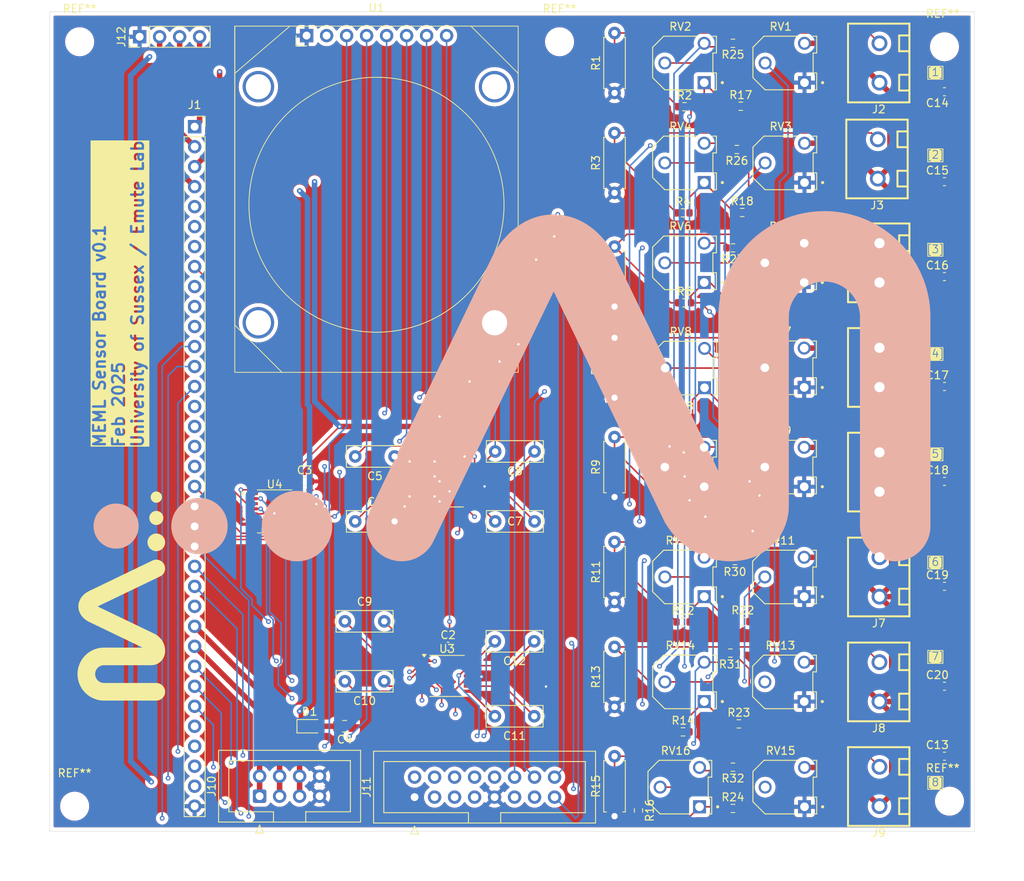
<source format=kicad_pcb>
(kicad_pcb (version 20241229) (generator "pcbnew") (generator_version "9.0")
  (layers (0 "F.Cu" signal) (4 "In1.Cu" signal) (6 "In2.Cu" signal) (2 "B.Cu" signal) (13 "F.Paste" user) (15 "B.Paste" user) (5 "F.SilkS" user "F.Silkscreen") (7 "B.SilkS" user "B.Silkscreen") (1 "F.Mask" user) (3 "B.Mask" user) (25 "Edge.Cuts" user))
  (net 0 "")
  (net 1 "GND")
  (net 2 "/+3V3_SIG")
  (net 3 "Net-(J1-Pin_23)")
  (net 4 "Net-(J1-Pin_7)")
  (net 5 "/IO_2")
  (net 6 "Net-(J1-+12V)")
  (net 7 "Net-(J1-Pin_5)")
  (net 8 "Net-(J1-Pin_24)")
  (net 9 "Net-(J1-Pin_17)")
  (net 10 "Net-(J1-Pin_28)")
  (net 11 "Net-(J1-Pin_18)")
  (net 12 "Net-(J1-Pin_12)")
  (net 13 "/IO_1")
  (net 14 "Net-(D1-A)")
  (net 15 "Net-(J1-Pin_32)")
  (net 16 "Net-(J1-Pin_15)")
  (net 17 "Net-(J1-Pin_30)")
  (net 18 "Net-(J1-Pin_11)")
  (net 19 "/multiplex_S2")
  (net 22 "Net-(J1-Pin_22)")
  (net 23 "Net-(J1--12V)")
  (net 24 "Net-(J1-Pin_16)")
  (net 25 "Net-(J1-Pin_13)")
  (net 26 "/multiplex_S1")
  (net 27 "/multiplex_S0")
  (net 28 "/ADC0")
  (net 30 "Net-(J1-Pin_29)")
  (net 32 "Net-(J1-Pin_31)")
  (net 33 "+3.3V")
  (net 34 "Net-(J1-Pin_14)")
  (net 35 "Net-(J1-Pin_6)")
  (net 36 "Net-(J2-Pin_2)")
  (net 37 "Net-(J3-Pin_2)")
  (net 38 "Net-(J4-Pin_2)")
  (net 39 "Net-(J5-Pin_2)")
  (net 40 "Net-(J6-Pin_2)")
  (net 41 "Net-(J7-Pin_2)")
  (net 42 "Net-(J8-Pin_2)")
  (net 43 "Net-(J9-Pin_2)")
  (net 44 "Net-(U2A--)")
  (net 45 "Net-(U2B--)")
  (net 46 "Net-(U2C--)")
  (net 47 "Net-(U2D--)")
  (net 48 "Net-(U3A--)")
  (net 49 "Net-(U3B--)")
  (net 50 "Net-(U3C--)")
  (net 51 "Net-(U3D--)")
  (net 52 "Net-(U2A-+)")
  (net 53 "/multiplex_A0")
  (net 54 "Net-(U2B-+)")
  (net 55 "/multiplex_A1")
  (net 56 "Net-(U2C-+)")
  (net 57 "/multiplex_A2")
  (net 58 "Net-(U2D-+)")
  (net 59 "/multiplex_A3")
  (net 60 "Net-(U3A-+)")
  (net 61 "/multiplex_A4")
  (net 62 "Net-(U3B-+)")
  (net 63 "/multiplex_A5")
  (net 64 "Net-(U3C-+)")
  (net 65 "/multiplex_A6")
  (net 66 "Net-(U3D-+)")
  (net 67 "/multiplex_A7")
  (net 68 "+5V")
  (net 69 "Net-(R17-Pad2)")
  (net 70 "Net-(R18-Pad2)")
  (net 71 "Net-(R19-Pad2)")
  (net 72 "Net-(R20-Pad2)")
  (net 73 "Net-(R21-Pad2)")
  (net 74 "Net-(R22-Pad2)")
  (net 75 "Net-(R23-Pad2)")
  (net 76 "Net-(R24-Pad2)")
  (footprint "Capacitor_SMD:C_0603_1608Metric" (layer "F.Cu") (at 229.87 109.22)
    (property "Reference" "C20")
    (property "Value" "100n")
  )
  (footprint "3306F_1_104:TRIM_3306F-1-104" (layer "F.Cu") (at 209.55 95.328998)
    (property "Reference" "RV11")
    (property "Value" "100k")
  )
  (footprint "3306F_1_104:TRIM_3306F-1-104" (layer "F.Cu") (at 209.55 55.402996)
    (property "Reference" "RV5")
    (property "Value" "100k")
  )
  (footprint "Capacitor_THT:C_Rect_L7.0mm_W2.5mm_P5.00mm" (layer "F.Cu") (at 177.8 88.265 180)
    (property "Reference" "C7")
    (property "Value" "100p")
  )
  (footprint "Resistor_THT:R_Axial_DIN0207_L6.3mm_D2.5mm_P7.62mm_Horizontal" (layer "F.Cu") (at 187.96 46.512996 90)
    (property "Reference" "R3")
    (property "Value" "5k DNP")
  )
  (footprint "Capacitor_THT:C_Rect_L7.0mm_W2.5mm_P5.00mm" (layer "F.Cu") (at 155.02 88.265)
    (property "Reference" "C6")
    (property "Value" "100p")
  )
  (footprint "emutelab:CONN-TH_WJ126V-5.0-2P" (layer "F.Cu") (at 221.615 121.959499 180)
    (property "Reference" "J9")
    (property "Value" "Screw_Terminal_01x02")
  )
  (footprint "Capacitor_SMD:C_0603_1608Metric" (layer "F.Cu") (at 167.005 78.105)
    (property "Reference" "C1")
    (property "Value" "100n")
  )
  (footprint "emutelab:Round TFT 240x240" (layer "F.Cu") (at 157.72 25.32)
    (property "Reference" "U1")
    (property "Value" "~")
  )
  (footprint "3306F_1_104:TRIM_3306F-1-104" (layer "F.Cu") (at 209.55 108.663998)
    (property "Reference" "RV13")
    (property "Value" "100k")
  )
  (footprint "Capacitor_SMD:C_0603_1608Metric" (layer "F.Cu") (at 229.87 45.085)
    (property "Reference" "C15")
    (property "Value" "100n")
  )
  (footprint "Resistor_SMD:R_0603_1608Metric" (layer "F.Cu") (at 204.175 49)
    (property "Reference" "R18")
    (property "Value" "taper-dnp")
  )
  (footprint "Capacitor_SMD:C_0603_1608Metric" (layer "F.Cu") (at 229.87 96.52)
    (property "Reference" "C19")
    (property "Value" "100n")
  )
  (footprint "Resistor_SMD:R_0603_1608Metric" (layer "F.Cu") (at 203 124.75)
    (property "Reference" "R24")
    (property "Value" "taper-dnp")
  )
  (footprint "Resistor_SMD:R_0603_1608Metric" (layer "F.Cu") (at 196.66 101.043998)
    (property "Reference" "R12")
    (property "Value" "2k")
  )
  (footprint "Package_SO:TSSOP-14_4.4x5mm_P0.65mm" (layer "F.Cu") (at 166.6825 107.905)
    (property "Reference" "U3")
    (property "Value" "MCP6004")
  )
  (footprint "Capacitor_SMD:C_0603_1608Metric" (layer "F.Cu") (at 229.87 57.15)
    (property "Reference" "C16")
    (property "Value" "100n")
  )
  (footprint "Capacitor_SMD:C_0603_1608Metric" (layer "F.Cu") (at 229.87 71.12)
    (property "Reference" "C17")
    (property "Value" "100n")
  )
  (footprint "MountingHole:MountingHole_3.2mm_M3" (layer "F.Cu") (at 119.38 124.46)
    (property "Reference" "REF**")
    (property "Value" "MountingHole_3.2mm_M3")
  )
  (footprint "Capacitor_THT:C_Rect_L7.0mm_W2.5mm_P5.00mm" (layer "F.Cu") (at 160.02 80.01 180)
    (property "Reference" "C5")
    (property "Value" "100p")
  )
  (footprint "Resistor_SMD:R_0603_1608Metric" (layer "F.Cu") (at 196.66 87.073998)
    (property "Reference" "R10")
    (property "Value" "2k")
  )
  (footprint "emutelab:CONN-TH_WJ126V-5.0-2P" (layer "F.Cu") (at 221.615 68.698497 180)
    (property "Reference" "J5")
    (property "Value" "Screw_Terminal_01x02")
  )
  (footprint "Resistor_THT:R_Axial_DIN0207_L6.3mm_D2.5mm_P7.62mm_Horizontal" (layer "F.Cu") (at 187.96 72.547996 90)
    (property "Reference" "R7")
    (property "Value" "5k DNP")
  )
  (footprint "3306F_1_104:TRIM_3306F-1-104" (layer "F.Cu") (at 209.59 30.002996)
    (property "Reference" "RV1")
    (property "Value" "100k")
  )
  (footprint "Capacitor_SMD:C_0603_1608Metric" (layer "F.Cu") (at 229.87 118.11)
    (property "Reference" "C13")
    (property "Value" "100n")
  )
  (footprint "Capacitor_SMD:C_0603_1608Metric" (layer "F.Cu") (at 166.8225 104.14)
    (property "Reference" "C2")
    (property "Value" "100n")
  )
  (footprint "Resistor_SMD:R_0603_1608Metric" (layer "F.Cu") (at 203.5 41 180)
    (property "Reference" "R26")
    (property "Value" "taper 0R0")
  )
  (footprint "emutelab:CONN-TH_WJ126V-5.0-2P" (layer "F.Cu") (at 221.615 30.002996 180)
    (property "Reference" "J2")
    (property "Value" "Screw_Terminal_01x02")
  )
  (footprint "emutelab:CONN-TH_WJ126V-5.0-2P" (layer "F.Cu") (at 221.615 95.328998 180)
    (property "Reference" "J7")
    (property "Value" "Screw_Terminal_01x02")
  )
  (footprint "Capacitor_SMD:C_0603_1608Metric" (layer "F.Cu") (at 148.59 83.185)
    (property "Reference" "C3")
    (property "Value" "100n")
  )
  (footprint "Capacitor_SMD:C_0603_1608Metric" (layer "F.Cu") (at 229.87 33.655 180)
    (property "Reference" "C14")
    (property "Value" "100n")
  )
  (footprint "3306F_1_104:TRIM_3306F-1-104" (layer "F.Cu") (at 196.85 95.328998)
    (property "Reference" "RV12")
    (property "Value" "100k")
  )
  (footprint "Connector_PinSocket_2.54mm:PinSocket_1x35_P2.54mm_Vertical" (layer "F.Cu") (at 134.62 38.1)
    (property "Reference" "J1")
    (property "Value" "ELI2040B 1")
  )
  (footprint "Capacitor_THT:C_Rect_L7.0mm_W2.5mm_P5.00mm" (layer "F.Cu") (at 177.8 79.375 180)
    (property "Reference" "C8")
    (property "Value" "100p")
  )
  (footprint "3306F_1_104:TRIM_3306F-1-104" (layer "F.Cu") (at 196.89 68.777996)
    (property "Reference" "RV8")
    (property "Value" "100k")
  )
  (footprint "Resistor_THT:R_Axial_DIN0207_L6.3mm_D2.5mm_P7.62mm_Horizontal" (layer "F.Cu") (at 187.96 111.838998 90)
    (property "Reference" "R13")
    (property "Value" "5k DNP")
  )
  (footprint "Resistor_SMD:R_0603_1608Metric" (layer "F.Cu") (at 196.66 115.013998)
    (property "Reference" "R14")
    (property "Value" "2k")
  )
  (footprint "Resistor_SMD:R_0603_1608Metric" (layer "F.Cu") (at 203.5 60.5)
    (property "Reference" "R19")
    (property "Value" "taper-dnp")
  )
  (footprint "MountingHole:MountingHole_3.2mm_M3" (layer "F.Cu") (at 230.505 123.825)
    (property "Reference" "REF**")
    (property "Value" "MountingHole_3.2mm_M3")
  )
  (footprint "Capacitor_THT:C_Rect_L7.0mm_W2.5mm_P5.00mm" (layer "F.Cu") (at 153.71 100.965)
    (property "Reference" "C9")
    (property "Value" "100p")
  )
  (footprint "Capacitor_THT:C_Rect_L7.0mm_W2.5mm_P5.00mm" (layer "F.Cu") (at 177.76 113.03 180)
    (property "Reference" "C11")
    (property "Value" "100p")
  )
  (footprint "Capacitor_SMD:C_0603_1608Metric" (layer "F.Cu") (at 229.87 83.185)
    (property "Reference" "C18")
    (property "Value" "100n")
  )
  (footprint "Resistor_THT:R_Axial_DIN0207_L6.3mm_D2.5mm_P7.62mm_Horizontal" (layer "F.Cu") (at 187.96 85.168998 90)
    (property "Reference" "R9")
    (property "Value" "5k DNP")
  )
  (footprint "Connector_IDC:IDC-Header_2x04_P2.54mm_Vertical" (layer "F.Cu") (at 142.875 123.19 90)
    (property "Reference" "J10")
    (property "Value" "Conn_02x03_Counter_Clockwise")
  )
  (footprint "3306F_1_104:TRIM_3306F-1-104" (layer "F.Cu") (at 209.55 81.358998)
    (property "Reference" "RV9")
    (property "Value" "100k")
  )
  (footprint "Resistor_SMD:R_0603_1608Metric" (layer "F.Cu") (at 196.66 49.052996)
    (property "Reference" "R4")
    (property "Value" "2k")
  )
  (footprint "emutelab:CONN-TH_WJ126V-5.0-2P" (layer "F.Cu") (at 221.615 108.663998 180)
    (property "Reference" "J8")
    (property "Value" "Screw_Terminal_01x02")
  )
  (footprint "Diode_SMD:D_SOD-323" (layer "F.Cu") (at 149.225 114.3)
    (property "Reference" "D1")
    (property "Value" "1N5819")
  )
  (footprint "Capacitor_THT:C_Rect_L7.0mm_W2.5mm_P5.00mm" (layer "F.Cu") (at 158.71 108.585 180)
    (property "Reference" "C10")
    (property "Value" "100p")
  )
  (footprint "3306F_1_104:TRIM_3306F-1-104" (layer "F.Cu") (at 209.55 68.737996)
    (property "Reference" "RV7")
    (property "Value" "100k")
  )
  (footprint "3306F_1_104:TRIM_3306F-1-104" (layer "F.Cu") (at 209.59 42.702996)
    (property "Reference" "RV3")
    (property "Value" "100k")
  )
  (footprint "Capacitor_SMD:C_0805_2012Metric" (layer "F.Cu") (at 153.67 114.3 180)
    (property "Reference" "C4")
    (property "Value" "22uf")
  )
  (footprint "3306F_1_104:TRIM_3306F-1-104" (layer "F.Cu") (at 196.85 55.402996)
    (property "Reference" "RV6")
    (property "Value" "100k")
  )
  (footprint "Resistor_SMD:R_0603_1608Metric" (layer "F.Cu") (at 191 125 -90)
    (property "Reference" "R16")
    (property "Value" "2k")
  )
  (footprint "Resistor_SMD:R_0603_1608Metric" (layer "F.Cu") (at 197.04 75.087996)
    (property "Reference" "R8")
    (property "Value" "2k")
  )
  (footprint "Resistor_SMD:R_0603_1608Metric" (layer "F.Cu") (at 203 27.5 180)
    (property "Reference" "R25")
    (property "Value" "taper 0R0")
  )
  (footprint "Resistor_SMD:R_0603_1608Metric" (layer "F.Cu") (at 196.85 35.56)
    (property "Reference" "R2")
    (property "Value" "2k")
  )
  (footprint "Resistor_THT:R_Axial_DIN0207_L6.3mm_D2.5mm_P7.62mm_Horizontal" (layer "F.Cu") (at 187.96 33.812996 90)
    (property "Reference" "R1")
    (property "Value" "5k DNP")
  )
  (footprint "3306F_1_104:TRIM_3306F-1-104" (layer "F.Cu") (at 196.85 81.358998)
    (property "Reference" "RV10")
    (property "Value" "100k")
  )
  (footprint "3306F_1_104:TRIM_3306F-1-104" (layer "F.Cu") (at 196.85 42.702996)
    (property "Reference" "RV4")
    (property "Value" "100k")
  )
  (footprint "Resistor_SMD:R_0603_1608Metric" (layer "F.Cu") (at 196.85 60.482996)
    (property "Reference" "R6")
    (property "Value" "2k")
  )
  (footprint "Resistor_SMD:R_0603_1608Metric" (layer "F.Cu") (at 203.5 67 180)
    (property "Reference" "R28")
    (property "Value" "taper 0R0")
  )
  (footprint "Package_SO:TSSOP-16_4.4x5mm_P0.65mm" (layer "F.Cu") (at 144.78 86.995)
    (property "Reference" "U4")
    (property "Value" "74HC4051")
  )
  (footprint "Resistor_SMD:R_0603_1608Metric" (layer "F.Cu") (at 203.25 93.25 180)
    (property "Reference" "R30")
    (property "Value" "taper 0R0")
  )
  (footprint "Resistor_SMD:R_0603_1608Metric" (layer "F.Cu") (at 202.675 105 180)
    (property "Reference" "R31")
    (property "Value" "taper 0R0")
  )
  (footprint "3306F_1_104:TRIM_3306F-1-104" (layer "F.Cu") (at 196.255 122.038998)
    (property "Reference" "RV16")
    (property "Value" "100k")
  )
  (footprint "Resistor_SMD:R_0603_1608Metric" (layer "F.Cu") (at 204 75)
    (property "Reference" "R20")
    (property "Value" "taper-dnp")
  )
  (footprint "3306F_1_104:TRIM_3306F-1-104" (layer "F.Cu") (at 196.85 108.663998)
    (property "Reference" "RV14")
    (property "Value" "100k")
  )
  (footprint "Resistor_THT:R_Axial_DIN0207_L6.3mm_D2.5mm_P7.62mm_Horizontal" (layer "F.Cu") (at 187.96 98.503998 90)
    (property "Reference" "R11")
    (property "Value" "5k DNP")
  )
  (footprint "Connector_PinHeader_2.54mm:PinHeader_1x04_P2.54mm_Vertical" (layer "F.Cu") (at 127.635 26.67 90)
    (property "Reference" "J12")
    (property "Value" "Conn_01x04")
  )
  (footprint "3306F_1_104:TRIM_3306F-1-104" (layer "F.Cu") (at 209.59 122.038998)
    (property "Reference" "RV15")
    (property "Value" "100k")
  )
  (footprint "Resistor_SMD:R_0603_1608Metric" (layer "F.Cu") (at 203.075 79.25 180)
    (property "Reference" "R29")
    (property "Value" "taper 0R0")
  )
  (footprint "Package_SO:TSSOP-14_4.4x5mm_P0.65mm" (layer "F.Cu") (at 166.5625 83.82)
    (property "Reference" "U2")
    (property "Value" "MCP6004")
  )
  (footprint "Resistor_SMD:R_0603_1608Metric" (layer "F.Cu") (at 203.325 86.25)
    (property "Reference" "R21")
    (property "Value" "taper-dnp")
  )
  (footprint "Resistor_SMD:R_0603_1608Metric" (layer "F.Cu") (at 203 119.5 180)
    (property "Reference" "R32")
    (property "Value" "taper 0R0")
  )
  (footprint "Resistor_THT:R_Axial_DIN0207_L6.3mm_D2.5mm_P7.62mm_Horizontal" (layer "F.Cu") (at 187.96 125.73 90)
    (property "Reference" "R15")
    (property "Value" "5k DNP")
  )
  (footprint "emutelab:CONN-TH_WJ126V-5.0-2P" (layer "F.Cu") (at 221.397 42.200996 180)
    (property "Reference" "J3")
    (property "Value" "Screw_Terminal_01x02")
  )
  (footprint "Connector_IDC:IDC-Header_2x08_P2.54mm_Vertical" (layer "F.Cu") (at 162.56 123.3075 90)
    (property "Reference" "J11")
    (property "Value" "Conn_02x16_Counter_Clockwise")
  )
  (footprint "Resistor_SMD:R_0603_1608Metric" (layer "F.Cu") (at 203 53.5 180)
    (property "Reference" "R27")
    (property "Value" "taper 0R0")
  )
  (footprint "Resistor_THT:R_Axial_DIN0207_L6.3mm_D2.5mm_P7.62mm_Horizontal" (layer "F.Cu") (at 187.96 60.96 90)
    (property "Reference" "R5")
    (property "Value" "5k DNP")
  )
  (footprint "Resistor_SMD:R_0603_1608Metric" (layer "F.Cu") (at 204.25 101)
    (property "Reference" "R22")
    (property "Value" "taper-dnp")
  )
  (footprint "Capacitor_THT:C_Rect_L7.0mm_W2.5mm_P5.00mm" (layer "F.Cu") (at 177.76 103.505 180)
    (property "Reference" "C12")
    (property "Value" "100p")
  )
  (footprint "MountingHole:MountingHole_3.2mm_M3" (layer "F.Cu") (at 120.015 27.305)
    (property "Reference" "REF**")
    (property "Value" "MountingHole_3.2mm_M3")
  )
  (footprint "MountingHole:MountingHole_3.2mm_M3" (layer "F.Cu") (at 180.975 27.305)
    (property "Reference" "REF**")
    (property "Value" "MountingHole_3.2mm_M3")
  )
  (footprint "emutelab:CONN-TH_WJ126V-5.0-2P" (layer "F.Cu") (at 221.615 81.993998 180)
    (property "Reference" "J6")
    (property "Value" "Screw_Terminal_01x02")
  )
  (footprint "3306F_1_104:TRIM_3306F-1-104" (layer "F.Cu") (at 196.85 30.002996)
    (property "Reference" "RV2")
    (property "Value" "100k")
  )
  (footprint "MountingHole:MountingHole_3.2mm_M3" (layer "F.Cu") (at 229.87 27.94)
    (property "Reference" "REF**")
    (property "Value" "MountingHole_3.2mm_M3")
  )
  (footprint "emutelab:CONN-TH_WJ126V-5.0-2P" (layer "F.Cu") (at 221.615 55.402996 180)
    (property "Reference" "J4")
    (property "Value" "Screw_Terminal_01x02")
  )
  (footprint "Resistor_SMD:R_0603_1608Metric" (layer "F.Cu") (at 204 35.5)
    (property "Reference" "R17")
    (property "Value" "taper-dnp")
  )
  (footprint "Resistor_SMD:R_0603_1608Metric" (layer "F.Cu") (at 203.75 114)
    (property "Reference" "R23")
    (property "Value" "taper-dnp")
  )
  (gr_poly (pts (xy 129.038709 85.143485) (xy 129.041479 85.107171) (xy 129.046041 85.071376) (xy 129.052349 85.036146) (xy 129.060357 85.001526) (xy 129.070023 84.967562) (xy 129.081298 84.934298) (xy 129.09414 84.901782) (xy 129.108501 84.870057) (xy 129.124336 84.83917) (xy 129.141602 84.809167) (xy 129.160252 84.780091) (xy 129.18024 84.751991) (xy 129.201522 84.724911) (xy 129.224054 84.698896) (xy 129.247789 84.673992) (xy 129.27268 84.650244) (xy 129.298686 84.627699) (xy 129.325759 84.606401) (xy 129.353854 84.586396) (xy 129.382927 84.56773) (xy 129.41293 84.550448) (xy 129.443822 84.534596) (xy 129.475553 84.520218) (xy 129.508082 84.507363) (xy 129.54136 84.496073) (xy 129.575345 84.486396) (xy 129.60999 84.478375) (xy 129.64525 84.472058) (xy 129.681079 84.467489) (xy 129.717433 84.464715) (xy 129.754267 84.46378) (xy 129.791101 84.464715) (xy 129.827454 84.467489) (xy 129.863285 84.472058) (xy 129.898545 84.478375) (xy 129.933189 84.486395) (xy 129.967173 84.496073) (xy 130.000452 84.507362) (xy 130.032981 84.520219) (xy 130.064713 84.534595) (xy 130.095603 84.550447) (xy 130.125608 84.567729) (xy 130.154681 84.586394) (xy 130.182776 84.6064) (xy 130.209849 84.627698) (xy 130.235854 84.650243) (xy 130.260747 84.673991) (xy 130.284481 84.698894) (xy 130.307011 84.72491) (xy 130.328295 84.75199) (xy 130.348284 84.780091) (xy 130.366932 84.809165) (xy 130.384198 84.839169) (xy 130.400034 84.870056) (xy 130.414395 84.90178) (xy 130.427236 84.934297) (xy 130.438511 84.967561) (xy 130.448176 85.001525) (xy 130.456186 85.036145) (xy 130.462495 85.071376) (xy 130.467057 85.107171) (xy 130.469826 85.143484) (xy 130.47076 85.180271) (xy 130.469825 85.217105) (xy 130.467051 85.253459) (xy 130.462481 85.289288) (xy 130.456165 85.324548) (xy 130.448144 85.359193) (xy 130.438467 85.393176) (xy 130.427177 85.426456) (xy 130.41432 85.458984) (xy 130.399944 85.490716) (xy 130.384092 85.521605) (xy 130.366809 85.55161) (xy 130.348143 85.580682) (xy 130.328139 85.608777) (xy 130.30684 85.63585) (xy 130.284296 85.661855) (xy 130.260548 85.686748) (xy 130.235644 85.710481) (xy 130.209629 85.733013) (xy 130.182548 85.754296) (xy 130.154447 85.774284) (xy 130.125373 85.792934) (xy 130.095369 85.810198) (xy 130.064482 85.826035) (xy 130.032757 85.840396) (xy 130.00024 85.853237) (xy 129.966977 85.864512) (xy 129.933013 85.874177) (xy 129.898393 85.882186) (xy 129.863163 85.888495) (xy 129.827367 85.893056) (xy 129.791053 85.895827) (xy 129.754267 85.89676) (xy 129.717433 85.895825) (xy 129.681078 85.893051) (xy 129.64525 85.888482) (xy 129.609989 85.882165) (xy 129.575345 85.874145) (xy 129.54136 85.864467) (xy 129.508082 85.853177) (xy 129.475553 85.840322) (xy 129.443821 85.825945) (xy 129.412931 85.810093) (xy 129.382927 85.792811) (xy 129.353855 85.774145) (xy 129.325759 85.75414) (xy 129.298686 85.732843) (xy 129.272681 85.710297) (xy 129.247789 85.68655) (xy 129.224054 85.661646) (xy 129.201523 85.635631) (xy 129.180241 85.608551) (xy 129.160252 85.58045) (xy 129.141602 85.551376) (xy 129.124337 85.521372) (xy 129.1085 85.490485) (xy 129.094139 85.458761) (xy 129.081298 85.426244) (xy 129.070023 85.392981) (xy 129.060357 85.359017) (xy 129.052349 85.324397) (xy 129.046041 85.289167) (xy 129.041478 85.253371) (xy 129.038709 85.217058) (xy 129.037774 85.180272)) (stroke (width -0.000001)) (fill yes) (layer "F.SilkS"))
  (gr_poly (pts (xy 128.636011 90.86741) (xy 128.640342 90.810657) (xy 128.647473 90.754719) (xy 128.657333 90.699667) (xy 128.669853 90.64557) (xy 128.684962 90.592503) (xy 128.702587 90.540533) (xy 128.722657 90.489732) (xy 128.745103 90.440171) (xy 128.769852 90.391921) (xy 128.796836 90.345054) (xy 128.82598 90.29964) (xy 128.857218 90.25575) (xy 128.890475 90.213455) (xy 128.925682 90.172826) (xy 128.962766 90.133933) (xy 129.001658 90.096848) (xy 129.042289 90.061641) (xy 129.084584 90.028384) (xy 129.128474 89.997147) (xy 129.173888 89.968002) (xy 129.220755 89.941019) (xy 129.269003 89.916269) (xy 129.318564 89.893823) (xy 129.369365 89.873753) (xy 129.421335 89.856127) (xy 129.474402 89.84102) (xy 129.528499 89.8285) (xy 129.583551 89.81864) (xy 129.639489 89.811507) (xy 129.696241 89.807177) (xy 129.753738 89.805717) (xy 129.811234 89.807177) (xy 129.867986 89.811507) (xy 129.923924 89.818639) (xy 129.978977 89.8285) (xy 130.033073 89.841019) (xy 130.086141 89.856127) (xy 130.13811 89.873753) (xy 130.188911 89.893824) (xy 130.238471 89.91627) (xy 130.28672 89.94102) (xy 130.333587 89.968003) (xy 130.379001 89.997148) (xy 130.422891 90.028385) (xy 130.465188 90.061642) (xy 130.505817 90.096849) (xy 130.54471 90.133934) (xy 130.581794 90.172826) (xy 130.617001 90.213457) (xy 130.650259 90.255752) (xy 130.681495 90.299642) (xy 130.710641 90.345056) (xy 130.737624 90.391924) (xy 130.762373 90.440173) (xy 130.784818 90.489733) (xy 130.804889 90.540533) (xy 130.822515 90.592504) (xy 130.837622 90.645572) (xy 130.850141 90.699668) (xy 130.860003 90.754719) (xy 130.867135 90.810658) (xy 130.871466 90.86741) (xy 130.872926 90.924907) (xy 130.871465 90.982403) (xy 130.867135 91.039155) (xy 130.860003 91.095094) (xy 130.850141 91.150146) (xy 130.837621 91.204242) (xy 130.822515 91.25731) (xy 130.804889 91.309281) (xy 130.784818 91.360081) (xy 130.762373 91.409642) (xy 130.737624 91.457891) (xy 130.710641 91.504758) (xy 130.681494 91.550172) (xy 130.650259 91.594062) (xy 130.617001 91.636358) (xy 130.581794 91.676987) (xy 130.54471 91.71588) (xy 130.505817 91.752965) (xy 130.465188 91.788172) (xy 130.422892 91.821429) (xy 130.379002 91.852666) (xy 130.333588 91.881811) (xy 130.286721 91.908794) (xy 130.238471 91.933544) (xy 130.18891 91.95599) (xy 130.138111 91.97606) (xy 130.08614 91.993685) (xy 130.033073 92.008792) (xy 129.978977 92.021313) (xy 129.923924 92.031174) (xy 129.867987 92.038306) (xy 129.811234 92.042637) (xy 129.753738 92.044096) (xy 129.69624 92.042637) (xy 129.639488 92.038306) (xy 129.583551 92.031174) (xy 129.528499 92.021313) (xy 129.474402 92.008793) (xy 129.421335 91.993684) (xy 129.369364 91.97606) (xy 129.318564 91.955989) (xy 129.269003 91.933544) (xy 129.220755 91.908794) (xy 129.173888 91.88181) (xy 129.128474 91.852665) (xy 129.084584 91.821428) (xy 129.042289 91.788171) (xy 129.001658 91.752964) (xy 128.962767 91.715878) (xy 128.925682 91.676986) (xy 128.890475 91.636357) (xy 128.857218 91.59406) (xy 128.825981 91.550171) (xy 128.796835 91.504757) (xy 128.769853 91.45789) (xy 128.745103 91.40964) (xy 128.722657 91.36008) (xy 128.702587 91.309279) (xy 128.684961 91.257308) (xy 128.669854 91.204241) (xy 128.657333 91.150145) (xy 128.647473 91.095093) (xy 128.640342 91.039155) (xy 128.636011 90.982403) (xy 128.634551 90.924907)) (stroke (width -0.000001)) (fill yes) (layer "F.SilkS"))
  (gr_poly (pts (xy 119.75 107.5) (xy 119.76303 107.329211) (xy 119.784485 107.160876) (xy 119.814153 106.995209) (xy 119.851819 106.832423) (xy 119.897272 106.672731) (xy 119.950297 106.516347) (xy 120.010681 106.363483) (xy 120.078212 106.214352) (xy 120.152674 106.069169) (xy 120.233858 105.928147) (xy 120.321547 105.791498) (xy 120.415529 105.659436) (xy 120.515591 105.532174) (xy 120.621519 105.409926) (xy 120.733101 105.292904) (xy 120.850121 105.181322) (xy 120.972371 105.075394) (xy 121.099633 104.975332) (xy 121.231695 104.88135) (xy 121.368343 104.793661) (xy 121.509366 104.712478) (xy 121.654549 104.638015) (xy 121.803679 104.570484) (xy 121.956543 104.5101) (xy 122.112928 104.457075) (xy 122.27262 104.411623) (xy 122.435405 104.373956) (xy 122.601073 104.344289) (xy 122.769406 104.322833) (xy 122.940195 104.309804) (xy 123.113226 104.305413) (xy 128.003783 104.305413) (xy 121.137317 101.000767) (xy 121.12131 100.9929) (xy 121.105403 100.984759) (xy 121.089544 100.976322) (xy 121.073685 100.967562) (xy 121.057777 100.958453) (xy 121.041769 100.948975) (xy 121.025614 100.939099) (xy 121.009259 100.928801) (xy 120.875142 100.842516) (xy 120.748525 100.751115) (xy 120.62957 100.654849) (xy 120.518432 100.553976) (xy 120.415273 100.448745) (xy 120.320251 100.339413) (xy 120.233524 100.22623) (xy 120.155251 100.109451) (xy 120.085592 99.989331) (xy 120.024704 99.866121) (xy 119.97275 99.740075) (xy 119.929883 99.611448) (xy 119.896268 99.480492) (xy 119.872058 99.347461) (xy 119.857416 99.212609) (xy 119.852501 99.076188) (xy 119.853795 99.005744) (xy 119.857664 98.935719) (xy 119.864086 98.866145) (xy 119.873041 98.797056) (xy 119.884508 98.728482) (xy 119.898465 98.660455) (xy 119.914893 98.593011) (xy 119.93377 98.526177) (xy 119.955076 98.459988) (xy 119.978788 98.394474) (xy 120.004889 98.329669) (xy 120.033356 98.265605) (xy 120.064167 98.202312) (xy 120.097302 98.139825) (xy 120.170465 98.017391) (xy 120.252673 97.898561) (xy 120.343764 97.783589) (xy 120.443568 97.672735) (xy 120.551919 97.566252) (xy 120.668652 97.464399) (xy 120.793599 97.367431) (xy 120.926593 97.275606) (xy 121.067468 97.18918) (xy 121.08612 97.178968) (xy 121.104773 97.169006) (xy 121.123427 97.15934) (xy 121.142081 97.150021) (xy 129.266906 93.238951) (xy 129.317798 93.216051) (xy 129.369412 93.195775) (xy 129.421671 93.17813) (xy 129.474488 93.163123) (xy 129.527782 93.15076) (xy 129.581472 93.141049) (xy 129.635476 93.133998) (xy 129.68971 93.129612) (xy 129.744092 93.127898) (xy 129.798542 93.128864) (xy 129.852977 93.132517) (xy 129.907312 93.138864) (xy 129.961469 93.14791) (xy 130.015364 93.159665) (xy 130.068914 93.174134) (xy 130.122039 93.191325) (xy 130.174266 93.211086) (xy 130.225144 93.233223) (xy 130.274607 93.257682) (xy 130.322592 93.28441) (xy 130.369042 93.313351) (xy 130.413891 93.344452) (xy 130.457078 93.377658) (xy 130.49854 93.412915) (xy 130.538218 93.45017) (xy 130.576046 93.489364) (xy 130.611965 93.530449) (xy 130.645913 93.573368) (xy 130.677827 93.618066) (xy 130.707644 93.66449) (xy 130.735303 93.712585) (xy 130.760743 93.762296) (xy 130.783724 93.813188) (xy 130.804047 93.864804) (xy 130.821714 93.917062) (xy 130.836718 93.969879) (xy 130.84906 94.023174) (xy 130.858736 94.076863) (xy 130.865744 94.130867) (xy 130.87008 94.185102) (xy 130.871746 94.239485) (xy 130.870736 94.293935) (xy 130.867048 94.348369) (xy 130.860681 94.402705) (xy 130.851631 94.456862) (xy 130.839897 94.510757) (xy 130.825478 94.564307) (xy 130.808368 94.617431) (xy 130.788608 94.669659) (xy 130.766471 94.720536) (xy 130.742011 94.769998) (xy 130.715283 94.817986) (xy 130.686342 94.864434) (xy 130.655242 94.909282) (xy 130.622036 94.95247) (xy 130.586778 94.993933) (xy 130.549525 95.03361) (xy 130.510329 95.07144) (xy 130.469244 95.107359) (xy 130.426325 95.141306) (xy 130.381627 95.173218) (xy 130.335204 95.203037) (xy 130.287108 95.230696) (xy 130.237397 95.256135) (xy 122.300426 99.07619) (xy 129.581759 102.580331) (xy 129.591259 102.584943) (xy 129.600701 102.589649) (xy 129.610083 102.594441) (xy 129.619396 102.599314) (xy 129.628635 102.604261) (xy 129.637792 102.609277) (xy 129.655842 102.619488) (xy 129.791335 102.703889) (xy 129.920384 102.796793) (xy 130.042671 102.897661) (xy 130.157882 103.005954) (xy 130.265697 103.121133) (xy 130.365799 103.242659) (xy 130.457874 103.369996) (xy 130.541602 103.502602) (xy 130.616667 103.63994) (xy 130.682751 103.78147) (xy 130.739539 103.926654) (xy 130.786713 104.074954) (xy 130.823957 104.225829) (xy 130.850951 104.378744) (xy 130.867379 104.533157) (xy 130.872927 104.688531) (xy 130.871811 104.758048) (xy 130.86847 104.827256) (xy 130.862909 104.896091) (xy 130.855134 104.964492) (xy 130.845151 105.032397) (xy 130.832967 105.099742) (xy 130.818586 105.16647) (xy 130.802018 105.232514) (xy 130.780697 105.306345) (xy 130.75676 105.378483) (xy 130.730262 105.448885) (xy 130.701257 105.517511) (xy 130.635949 105.649257) (xy 130.56128 105.77338) (xy 130.477693 105.889538) (xy 130.385634 105.997388) (xy 130.285543 106.096589) (xy 130.177865 106.1868) (xy 130.063043 106.267678) (xy 129.941521 106.338881) (xy 129.813744 106.400067) (xy 129.680151 106.450896) (xy 129.541189 106.491024) (xy 129.3973 106.52011) (xy 129.323646 106.530406) (xy 129.248926 106.537813) (xy 129.173197 106.542288) (xy 129.096513 106.543789) (xy 123.113756 106.543789) (xy 123.055718 106.545261) (xy 122.998436 106.549629) (xy 122.941977 106.556822) (xy 122.886414 106.566766) (xy 122.83182 106.579392) (xy 122.778264 106.594628) (xy 122.725819 106.612405) (xy 122.674557 106.632648) (xy 122.624547 106.655287) (xy 122.575862 106.68025) (xy 122.528574 106.707466) (xy 122.482752 106.736866) (xy 122.438471 106.768375) (xy 122.3958 106.801922) (xy 122.354811 106.837437) (xy 122.315575 106.874848) (xy 122.278162 106.914085) (xy 122.242648 106.955074) (xy 122.2091 106.997745) (xy 122.17759 107.042027) (xy 122.148193 107.087847) (xy 122.120976 107.135136) (xy 122.096012 107.183821) (xy 122.073372 107.23383) (xy 122.05313 107.285093) (xy 122.035355 107.337537) (xy 122.020118 107.391094) (xy 122.00749 107.445688) (xy 121.997546 107.501251) (xy 121.990354 107.557709) (xy 121.985985 107.614993) (xy 121.984515 107.67303) (xy 121.985986 107.731068) (xy 121.990354 107.788351) (xy 121.997546 107.84481) (xy 122.00749 107.900373) (xy 122.020117 107.954967) (xy 122.035354 108.008523) (xy 122.05313 108.060967) (xy 122.073372 108.11223) (xy 122.096012 108.16224) (xy 122.120976 108.210924) (xy 122.148192 108.258213) (xy 122.17759 108.304033) (xy 122.2091 108.348315) (xy 122.242648 108.390986) (xy 122.278162 108.431976) (xy 122.315574 108.471212) (xy 122.354809 108.508623) (xy 122.3958 108.544139) (xy 122.438471 108.577685) (xy 122.482752 108.609195) (xy 122.528573 108.638594) (xy 122.575862 108.66581) (xy 122.624546 108.690774) (xy 122.674555 108.713413) (xy 122.725819 108.733656) (xy 122.778264 108.751431) (xy 122.831819 108.76667) (xy 122.886414 108.779295) (xy 122.941975 108.78924) (xy 122.998434 108.796432) (xy 123.055718 108.8008) (xy 123.113757 108.802272) (xy 129.752679 108.802272) (xy 129.810177 108.803731) (xy 129.866929 108.808062) (xy 129.922866 108.815194) (xy 129.977918 108.825055) (xy 130.032015 108.837575) (xy 130.085083 108.852683) (xy 130.137053 108.870307) (xy 130.187853 108.890378) (xy 130.237414 108.912824) (xy 130.285663 108.937573) (xy 130.332529 108.964555) (xy 130.377943 108.993702) (xy 130.421833 109.024937) (xy 130.464129 109.058195) (xy 130.504759 109.093402) (xy 130.543652 109.130487) (xy 130.580737 109.16938) (xy 130.615943 109.210008) (xy 130.649199 109.252305) (xy 130.680437 109.296195) (xy 130.709581 109.341609) (xy 130.736565 109.388476) (xy 130.761315 109.436725) (xy 130.78376 109.486285) (xy 130.80383 109.537086) (xy 130.821456 109.589055) (xy 130.836564 109.642124) (xy 130.849084 109.69622) (xy 130.858944 109.751272) (xy 130.866075 109.80721) (xy 130.870407 109.863963) (xy 130.871867 109.921459) (xy 130.870406 109.978955) (xy 130.866075 110.035708) (xy 130.858944 110.091645) (xy 130.849084 110.146698) (xy 130.836564 110.200793) (xy 130.821456 110.253861) (xy 130.80383 110.305831) (xy 130.78376 110.356632) (xy 130.761315 110.406192) (xy 130.736565 110.454441) (xy 130.709581 110.501308) (xy 130.680437 110.546722) (xy 130.649199 110.590613) (xy 130.615943 110.632908) (xy 130.580737 110.673536) (xy 130.543652 110.71243) (xy 130.504759 110.749514) (xy 130.464129 110.784722) (xy 130.421833 110.817979) (xy 130.377944 110.849216) (xy 130.332529 110.878361) (xy 130.285663 110.905344) (xy 130.237413 110.930094) (xy 130.187854 110.95254) (xy 130.137053 110.97261) (xy 130.085082 110.990235) (xy 130.032015 111.005343) (xy 129.977919 111.017863) (xy 129.922866 111.027724) (xy 129.866929 111.034856) (xy 129.810177 111.039187) (xy 129.75268 111.040646) (xy 123.113226 111.040646) (xy 122.940195 111.036255) (xy 122.769406 111.023225) (xy 122.601073 111.00177) (xy 122.435406 110.972103) (xy 122.27262 110.934437) (xy 122.112927 110.888984) (xy 121.956543 110.835959) (xy 121.803679 110.775575) (xy 121.654548 110.708044) (xy 121.509366 110.633581) (xy 121.368343 110.552398) (xy 121.231695 110.464709) (xy 121.099633 110.370726) (xy 120.97237 110.270665) (xy 120.850122 110.164737) (xy 120.733101 110.053155) (xy 120.621518 109.936133) (xy 120.515591 109.813885) (xy 120.415529 109.686623) (xy 120.321546 109.554561) (xy 120.233857 109.417912) (xy 120.152674 109.276889) (xy 120.078211 109.131707) (xy 120.010681 108.982577) (xy 119.950297 108.829713) (xy 119.897271 108.673328) (xy 119.851819 108.513636) (xy 119.814153 108.35085) (xy 119.784485 108.185182) (xy 119.76303 108.016849) (xy 119.75 107.84606) (xy 119.74561 107.67303)) (stroke (width -0.000001)) (fill yes) (layer "F.SilkS"))
  (gr_poly (pts (xy 128.860083 87.782214) (xy 128.863548 87.736804) (xy 128.869251 87.692047) (xy 128.877139 87.647999) (xy 128.887152 87.604717) (xy 128.899235 87.562259) (xy 128.913332 87.52068) (xy 128.929386 87.480037) (xy 128.947339 87.440387) (xy 128.967137 87.401787) (xy 128.988719 87.364294) (xy 129.012032 87.327963) (xy 129.037019 87.292852) (xy 129.063621 87.259016) (xy 129.091783 87.226516) (xy 129.121449 87.195404) (xy 129.152561 87.165738) (xy 129.185063 87.137576) (xy 129.218898 87.110973) (xy 129.254008 87.085986) (xy 129.290339 87.062674) (xy 129.327833 87.041091) (xy 129.366433 87.021295) (xy 129.406082 87.003341) (xy 129.446725 86.987288) (xy 129.488305 86.973191) (xy 129.530764 86.961106) (xy 129.574044 86.951094) (xy 129.618093 86.943207) (xy 129.66285 86.937503) (xy 129.708261 86.934039) (xy 129.754267 86.932872) (xy 129.800272 86.934039) (xy 129.845684 86.937503) (xy 129.890441 86.943207) (xy 129.934489 86.951094) (xy 129.97777 86.961106) (xy 130.020229 86.973191) (xy 130.061808 86.987288) (xy 130.10245 87.003341) (xy 130.142101 87.021295) (xy 130.1807 87.041091) (xy 130.218194 87.062674) (xy 130.254526 87.085987) (xy 130.289637 87.110973) (xy 130.323471 87.137576) (xy 130.355973 87.165738) (xy 130.387085 87.195404) (xy 130.416749 87.226515) (xy 130.444912 87.259017) (xy 130.471515 87.292852) (xy 130.496501 87.327963) (xy 130.519813 87.364294) (xy 130.541397 87.401787) (xy 130.561194 87.440386) (xy 130.579148 87.480037) (xy 130.5952 87.52068) (xy 130.609298 87.562259) (xy 130.621382 87.604717) (xy 130.631396 87.647999) (xy 130.639282 87.692047) (xy 130.644986 87.736803) (xy 130.64845 87.782214) (xy 130.649618 87.828221) (xy 130.64845 87.874227) (xy 130.644986 87.919637) (xy 130.639283 87.964394) (xy 130.631395 88.008442) (xy 130.621382 88.051723) (xy 130.609297 88.094182) (xy 130.5952 88.13576) (xy 130.579146 88.176403) (xy 130.561194 88.216053) (xy 130.541397 88.254653) (xy 130.519814 88.292147) (xy 130.4965 88.328477) (xy 130.471514 88.363588) (xy 130.444911 88.397423) (xy 130.416749 88.429925) (xy 130.387084 88.461037) (xy 130.355971 88.490701) (xy 130.323471 88.518865) (xy 130.289636 88.545466) (xy 130.254525 88.570453) (xy 130.218194 88.593766) (xy 130.180699 88.61535) (xy 130.142099 88.635146) (xy 130.10245 88.6531) (xy 130.061808 88.669153) (xy 130.020229 88.683249) (xy 129.97777 88.695334) (xy 129.934488 88.705348) (xy 129.890441 88.713235) (xy 129.845683 88.718939) (xy 129.800272 88.722403) (xy 129.754267 88.723569) (xy 129.708261 88.722403) (xy 129.66285 88.718939) (xy 129.618093 88.713235) (xy 129.574044 88.705348) (xy 129.530764 88.695334) (xy 129.488305 88.683249) (xy 129.446725 88.669153) (xy 129.406082 88.6531) (xy 129.366433 88.635147) (xy 129.327832 88.61535) (xy 129.290339 88.593767) (xy 129.254008 88.570454) (xy 129.218898 88.545468) (xy 129.185063 88.518866) (xy 129.152561 88.490703) (xy 129.121449 88.461038) (xy 129.091783 88.429926) (xy 129.063621 88.397424) (xy 129.037019 88.36359) (xy 129.012032 88.328479) (xy 128.98872 88.292147) (xy 128.967137 88.254654) (xy 128.94734 88.216054) (xy 128.929386 88.176404) (xy 128.913333 88.135761) (xy 128.899235 88.094183) (xy 128.887152 88.051723) (xy 128.877139 88.008443) (xy 128.869251 87.964395) (xy 128.863548 87.919636) (xy 128.860083 87.874227) (xy 128.858915 87.828221)) (stroke (width -0.000001)) (fill yes) (layer "F.SilkS"))
  (gr_poly (pts (xy 124.5 86) (xy 124.354746 86.011082) (xy 124.211568 86.029329) (xy 124.070647 86.054562) (xy 123.932167 86.086599) (xy 123.796309 86.125259) (xy 123.663255 86.170361) (xy 123.533188 86.221725) (xy 123.40629 86.279169) (xy 123.282743 86.342512) (xy 123.162728 86.411574) (xy 123.046429 86.486172) (xy 122.934028 86.566128) (xy 122.825706 86.651258) (xy 122.721646 86.741382) (xy 122.622029 86.83632) (xy 122.527039 86.93589) (xy 122.436857 87.039911) (xy 122.351665 87.148203) (xy 122.271646 87.260584) (xy 122.196981 87.376873) (xy 122.127854 87.496889) (xy 122.064445 87.620452) (xy 122.006938 87.74738) (xy 121.955514 87.877492) (xy 121.910355 88.010608) (xy 121.871645 88.146545) (xy 121.839564 88.285124) (xy 121.814295 88.426164) (xy 121.79602 88.569482) (xy 121.784921 88.714899) (xy 121.781181 88.862233) (xy 121.784921 89.009568) (xy 121.79602 89.154985) (xy 121.814294 89.298305) (xy 121.839563 89.439344) (xy 121.871644 89.577924) (xy 121.910354 89.713862) (xy 121.955512 89.846978) (xy 122.006936 89.97709) (xy 122.064443 90.104018) (xy 122.127851 90.227581) (xy 122.196978 90.347598) (xy 122.271643 90.463887) (xy 122.351661 90.576268) (xy 122.436853 90.68456) (xy 122.527035 90.788582) (xy 122.622025 90.888152) (xy 122.721641 90.98309) (xy 122.825701 91.073214) (xy 122.934023 91.158345) (xy 123.046424 91.2383) (xy 123.162723 91.312899) (xy 123.282737 91.38196) (xy 123.406285 91.445303) (xy 123.533183 91.502747) (xy 123.66325 91.554111) (xy 123.796304 91.599214) (xy 123.932163 91.637874) (xy 124.070644 91.669911) (xy 124.211565 91.695144) (xy 124.354744 91.713391) (xy 124.499999 91.724472) (xy 124.647148 91.728206) (xy 124.794482 91.724466) (xy 124.939898 91.713368) (xy 125.083216 91.695093) (xy 125.224255 91.669824) (xy 125.362833 91.637743) (xy 125.498771 91.599032) (xy 125.631885 91.553874) (xy 125.761997 91.50245) (xy 125.888924 91.444942) (xy 126.012487 91.381534) (xy 126.132503 91.312406) (xy 126.248791 91.237741) (xy 126.361171 91.157722) (xy 126.469463 91.07253) (xy 126.573483 90.982348) (xy 126.673053 90.887358) (xy 126.76799 90.787741) (xy 126.858115 90.683681) (xy 126.943244 90.575358) (xy 127.023199 90.462957) (xy 127.097797 90.346657) (xy 127.166859 90.226643) (xy 127.230202 90.103095) (xy 127.287645 89.976197) (xy 127.339009 89.846129) (xy 127.384111 89.713075) (xy 127.422771 89.577217) (xy 127.454808 89.438736) (xy 127.48004 89.297815) (xy 127.498288 89.154636) (xy 127.509369 89.009382) (xy 127.513103 88.862233) (xy 127.509363 88.714899) (xy 127.498264 88.569482) (xy 127.47999 88.426164) (xy 127.454721 88.285124) (xy 127.42264 88.146545) (xy 127.38393 88.010608) (xy 127.338772 87.877492) (xy 127.287348 87.74738) (xy 127.229841 87.620452) (xy 127.166433 87.496889) (xy 127.097306 87.376873) (xy 127.022642 87.260584) (xy 126.942624 87.148203) (xy 126.857432 87.039911) (xy 126.767251 86.93589) (xy 126.672261 86.83632) (xy 126.572645 86.741382) (xy 126.468586 86.651258) (xy 126.360264 86.566128) (xy 126.247863 86.486172) (xy 126.131565 86.411574) (xy 126.011551 86.342512) (xy 125.888004 86.279169) (xy 125.761106 86.221725) (xy 125.63104 86.170361) (xy 125.497986 86.125259) (xy 125.362129 86.086599) (xy 125.223649 86.054562) (xy 125.082728 86.029329) (xy 124.93955 86.011082) (xy 124.794296 86) (xy 124.647148 85.996266)) (stroke (width -0.000001)) (fill yes) (layer "B.SilkS"))
  (gr_poly (pts (xy 213.926061 48.845167) (xy 213.242906 48.897285) (xy 212.569567 48.983105) (xy 211.9069 49.101775) (xy 211.255755 49.252442) (xy 210.616987 49.434252) (xy 209.991448 49.646352) (xy 209.379992 49.887889) (xy 208.783471 50.158011) (xy 208.202739 50.455864) (xy 207.638649 50.780596) (xy 207.092053 51.131352) (xy 206.563805 51.507281) (xy 206.054758 51.907528) (xy 205.565765 52.331242) (xy 205.097678 52.777568) (xy 204.651352 53.245655) (xy 204.227638 53.734648) (xy 203.827391 54.243695) (xy 203.451462 54.771943) (xy 203.100706 55.318539) (xy 202.775975 55.882629) (xy 202.478122 56.463361) (xy 202.208 57.059881) (xy 201.966462 57.671337) (xy 201.754362 58.296876) (xy 201.572552 58.935643) (xy 201.421886 59.586788) (xy 201.303216 60.249455) (xy 201.217396 60.922793) (xy 201.165278 61.605948) (xy 201.147716 62.298067) (xy 201.147716 81.860299) (xy 187.929131 54.394439) (xy 187.897662 54.330409) (xy 187.865101 54.266777) (xy 187.83135 54.203342) (xy 187.79631 54.139908) (xy 187.75988 54.076276) (xy 187.721962 54.012247) (xy 187.682457 53.947622) (xy 187.641264 53.882204) (xy 187.296126 53.345735) (xy 186.930521 52.839271) (xy 186.545464 52.363446) (xy 186.141967 51.918897) (xy 185.721045 51.50626) (xy 185.283712 51.126169) (xy 184.830982 50.77926) (xy 184.363868 50.46617) (xy 183.883385 50.187533) (xy 183.390545 49.943986) (xy 182.886364 49.736163) (xy 182.371855 49.564701) (xy 181.848032 49.430235) (xy 181.315908 49.333401) (xy 180.776498 49.274835) (xy 180.230815 49.255171) (xy 179.949036 49.260348) (xy 179.668936 49.275822) (xy 179.390643 49.30151) (xy 179.114285 49.337329) (xy 178.839991 49.383195) (xy 178.567888 49.439025) (xy 178.298105 49.504736) (xy 178.030771 49.580245) (xy 177.766013 49.665468) (xy 177.50396 49.760321) (xy 177.24474 49.864722) (xy 176.988482 49.978588) (xy 176.735313 50.101834) (xy 176.485362 50.234377) (xy 175.995628 50.527023) (xy 175.520306 50.855859) (xy 175.060421 51.220219) (xy 174.617001 51.619435) (xy 174.191071 52.052842) (xy 173.783658 52.519772) (xy 173.395787 53.019559) (xy 173.028486 53.551537) (xy 172.68278 54.115038) (xy 172.641938 54.189649) (xy 172.602085 54.264262) (xy 172.563422 54.338874) (xy 172.526146 54.413488) (xy 156.881865 86.912789) (xy 156.790266 87.116355) (xy 156.709162 87.322818) (xy 156.638582 87.531848) (xy 156.578553 87.743116) (xy 156.529103 87.956295) (xy 156.490261 88.171055) (xy 156.462053 88.387068) (xy 156.444508 88.604005) (xy 156.437654 88.821537) (xy 156.441519 89.039336) (xy 156.456131 89.257073) (xy 156.481516 89.474418) (xy 156.517705 89.691045) (xy 156.564723 89.906623) (xy 156.622599 90.120825) (xy 156.691362 90.333321) (xy 156.770405 90.542235) (xy 156.858954 90.745741) (xy 156.956791 90.943591) (xy 157.063701 91.135538) (xy 157.179467 91.321334) (xy 157.30387 91.500729) (xy 157.436694 91.673477) (xy 157.577722 91.839329) (xy 157.726737 91.998037) (xy 157.883523 92.149354) (xy 158.047861 92.293031) (xy 158.219535 92.42882) (xy 158.398327 92.556473) (xy 158.584022 92.675742) (xy 158.776401 92.786379) (xy 158.975249 92.888137) (xy 159.178815 92.98006) (xy 159.385278 93.061359) (xy 159.594308 93.132022) (xy 159.805577 93.192042) (xy 160.018757 93.241407) (xy 160.233517 93.28011) (xy 160.449531 93.308141) (xy 160.666468 93.325491) (xy 160.884001 93.33215) (xy 161.1018 93.328108) (xy 161.319537 93.313358) (xy 161.536884 93.287889) (xy 161.753511 93.251692) (xy 161.969089 93.204757) (xy 162.183291 93.147076) (xy 162.395787 93.07864) (xy 162.604701 92.999598) (xy 162.808207 92.91105) (xy 163.006058 92.813212) (xy 163.198004 92.706303) (xy 163.3838 92.590538) (xy 163.563195 92.466134) (xy 163.735943 92.33331) (xy 163.901795 92.192282) (xy 164.060504 92.043266) (xy 164.21182 91.886481) (xy 164.355497 91.722142) (xy 164.491286 91.550468) (xy 164.618939 91.371675) (xy 164.738208 91.18598) (xy 164.848845 90.9936) (xy 164.950603 90.794753) (xy 180.230821 59.046874) (xy 194.247386 88.172206) (xy 194.265836 88.210201) (xy 194.284658 88.247973) (xy 194.303826 88.285498) (xy 194.323318 88.32275) (xy 194.343107 88.359706) (xy 194.363169 88.396339) (xy 194.404015 88.468538) (xy 194.74162 89.010508) (xy 195.113236 89.526702) (xy 195.516706 90.015853) (xy 195.949878 90.476693) (xy 196.410595 90.907953) (xy 196.896702 91.308365) (xy 197.406046 91.676662) (xy 197.93647 92.011574) (xy 198.48582 92.311835) (xy 199.051942 92.576175) (xy 199.632679 92.803326) (xy 200.225878 92.992021) (xy 200.829383 93.140992) (xy 201.441039 93.248969) (xy 202.058692 93.314686) (xy 202.680186 93.336873) (xy 202.958255 93.332413) (xy 203.235084 93.319047) (xy 203.510425 93.296802) (xy 203.784029 93.265702) (xy 204.055648 93.22577) (xy 204.325036 93.177032) (xy 204.591942 93.119513) (xy 204.85612 93.053237) (xy 205.151441 92.967958) (xy 205.439992 92.87221) (xy 205.721604 92.766215) (xy 205.996105 92.650194) (xy 206.523091 92.388961) (xy 207.019583 92.090286) (xy 207.484213 91.755941) (xy 207.915614 91.387701) (xy 208.31242 90.987339) (xy 208.673261 90.556628) (xy 208.996772 90.097342) (xy 209.281584 89.611255) (xy 209.526331 89.10014) (xy 209.729644 88.565771) (xy 209.890157 88.00992) (xy 210.006502 87.434363) (xy 210.047685 87.139749) (xy 210.077312 86.840872) (xy 210.095214 86.537956) (xy 210.101219 86.231221) (xy 210.101219 62.300191) (xy 210.107106 62.068042) (xy 210.124576 61.838907) (xy 210.153345 61.613072) (xy 210.193125 61.390823) (xy 210.243631 61.172444) (xy 210.304579 60.958222) (xy 210.375681 60.748443) (xy 210.456653 60.543391) (xy 210.54721 60.343354) (xy 210.647064 60.148615) (xy 210.755931 59.959461) (xy 210.873525 59.776178) (xy 210.99956 59.599051) (xy 211.133751 59.428366) (xy 211.275812 59.264409) (xy 211.425457 59.107464) (xy 211.582402 58.957818) (xy 211.746359 58.815757) (xy 211.917044 58.681566) (xy 212.094171 58.555531) (xy 212.277454 58.437936) (xy 212.466607 58.329069) (xy 212.661346 58.229215) (xy 212.861384 58.138658) (xy 213.066435 58.057686) (xy 213.276215 57.986583) (xy 213.490436 57.925636) (xy 213.708815 57.875129) (xy 213.931065 57.835349) (xy 214.1569 57.806581) (xy 214.386035 57.78911) (xy 214.618184 57.783223) (xy 214.850333 57.78911) (xy 215.079468 57.806581) (xy 215.305303 57.835348) (xy 215.527552 57.875129) (xy 215.745931 57.925635) (xy 215.960152 57.986583) (xy 216.169932 58.057685) (xy 216.374983 58.138658) (xy 216.575021 58.229214) (xy 216.769759 58.329068) (xy 216.958913 58.437935) (xy 217.142196 58.555529) (xy 217.319323 58.681564) (xy 217.490008 58.815755) (xy 217.653965 58.957816) (xy 217.810909 59.107462) (xy 217.960555 59.264406) (xy 218.102616 59.428364) (xy 218.236807 59.599049) (xy 218.362842 59.776175) (xy 218.480436 59.959459) (xy 218.589304 60.148612) (xy 218.689158 60.343351) (xy 218.779714 60.543389) (xy 218.860686 60.74844) (xy 218.931789 60.95822) (xy 218.992737 61.172442) (xy 219.043243 61.390821) (xy 219.083023 61.613071) (xy 219.111791 61.838906) (xy 219.129262 62.068042) (xy 219.135149 62.300191) (xy 219.135149 88.855886) (xy 219.140986 89.085871) (xy 219.15831 89.312881) (xy 219.186836 89.536633) (xy 219.226281 89.756842) (xy 219.276361 89.973225) (xy 219.336792 90.185498) (xy 219.407291 90.393378) (xy 219.487574 90.59658) (xy 219.577356 90.794821) (xy 219.676356 90.987818) (xy 219.784288 91.175286) (xy 219.900869 91.356942) (xy 220.025816 91.532502) (xy 220.158844 91.701683) (xy 220.29967 91.864201) (xy 220.448011 92.019772) (xy 220.603582 92.168112) (xy 220.7661 92.308938) (xy 220.935281 92.441966) (xy 221.110841 92.566913) (xy 221.292498 92.683494) (xy 221.479966 92.791426) (xy 221.672963 92.890425) (xy 221.871204 92.980207) (xy 222.074406 93.06049) (xy 222.282286 93.130988) (xy 222.494559 93.191419) (xy 222.710942 93.241499) (xy 222.931151 93.280944) (xy 223.154902 93.30947) (xy 223.381912 93.326794) (xy 223.611897 93.332631) (xy 223.841882 93.326794) (xy 224.068892 93.30947) (xy 224.292643 93.280944) (xy 224.512852 93.241499) (xy 224.729235 93.191419) (xy 224.941508 93.130988) (xy 225.149387 93.06049) (xy 225.352589 92.980207) (xy 225.550831 92.890425) (xy 225.743827 92.791426) (xy 225.931296 92.683494) (xy 226.112952 92.566913) (xy 226.288513 92.441966) (xy 226.457694 92.308938) (xy 226.620212 92.168112) (xy 226.775783 92.019772) (xy 226.924123 91.864201) (xy 227.06495 91.701683) (xy 227.197978 91.532502) (xy 227.322925 91.356942) (xy 227.439506 91.175286) (xy 227.547438 90.987818) (xy 227.646438 90.794821) (xy 227.736221 90.59658) (xy 227.816503 90.393378) (xy 227.887002 90.185498) (xy 227.947434 89.973225) (xy 227.997514 89.756842) (xy 228.036958 89.536633) (xy 228.065485 89.312881) (xy 228.082808 89.085871) (xy 228.088646 88.855886) (xy 228.088646 62.298067) (xy 228.071084 61.605948) (xy 228.018966 60.922793) (xy 227.933146 60.249455) (xy 227.814476 59.586788) (xy 227.663809 58.935643) (xy 227.481999 58.296876) (xy 227.269899 57.671337) (xy 227.028362 57.059881) (xy 226.75824 56.463361) (xy 226.460387 55.882629) (xy 226.135655 55.318539) (xy 225.784899 54.771943) (xy 225.40897 54.243695) (xy 225.008723 53.734648) (xy 224.585009 53.245655) (xy 224.138682 52.777568) (xy 223.670596 52.331242) (xy 223.181602 51.907528) (xy 222.672555 51.507281) (xy 222.144307 51.131352) (xy 221.597711 50.780596) (xy 221.033621 50.455864) (xy 220.452889 50.158011) (xy 219.856368 49.887889) (xy 219.244912 49.646352) (xy 218.619374 49.434252) (xy 217.980606 49.252442) (xy 217.329461 49.101775) (xy 216.666794 48.983105) (xy 215.993456 48.897285) (xy 215.3103 48.845167) (xy 214.618181 48.827605)) (stroke (width -0.000001)) (fill yes) (layer "B.SilkS"))
  (gr_poly (pts (xy 135.054919 85.2855) (xy 134.873279 85.299355) (xy 134.694249 85.322171) (xy 134.518058 85.353719) (xy 134.344932 85.393774) (xy 134.175097 85.442109) (xy 134.008781 85.498497) (xy 133.846211 85.562711) (xy 133.687612 85.634525) (xy 133.533211 85.713711) (xy 133.383236 85.800044) (xy 133.237913 85.893296) (xy 133.097469 85.99324) (xy 132.962131 86.09965) (xy 132.832124 86.2123) (xy 132.707677 86.330962) (xy 132.589015 86.45541) (xy 132.476366 86.585416) (xy 132.369956 86.720755) (xy 132.270012 86.8612) (xy 132.17676 87.006523) (xy 132.090428 87.156498) (xy 132.011241 87.310899) (xy 131.939428 87.469498) (xy 131.875214 87.632069) (xy 131.818827 87.798385) (xy 131.770492 87.96822) (xy 131.730437 88.141346) (xy 131.698888 88.317537) (xy 131.676073 88.496567) (xy 131.662217 88.678208) (xy 131.657549 88.862233) (xy 131.662217 89.046259) (xy 131.676073 89.2279) (xy 131.698888 89.406929) (xy 131.730437 89.583121) (xy 131.770492 89.756247) (xy 131.818827 89.926082) (xy 131.875214 90.092398) (xy 131.939428 90.254969) (xy 132.011241 90.413568) (xy 132.090428 90.567969) (xy 132.17676 90.717944) (xy 132.270012 90.863267) (xy 132.369956 91.003711) (xy 132.476366 91.13905) (xy 132.589015 91.269057) (xy 132.707677 91.393505) (xy 132.832124 91.512167) (xy 132.962131 91.624816) (xy 133.097469 91.731227) (xy 133.237913 91.831171) (xy 133.383236 91.924423) (xy 133.533211 92.010755) (xy 133.687612 92.089942) (xy 133.846211 92.161755) (xy 134.008781 92.22597) (xy 134.175097 92.282357) (xy 134.344932 92.330692) (xy 134.518058 92.370747) (xy 134.694249 92.402296) (xy 134.873279 92.425111) (xy 135.054919 92.438967) (xy 135.238945 92.443636) (xy 135.42297 92.438967) (xy 135.60461 92.425111) (xy 135.783638 92.402296) (xy 135.959829 92.370747) (xy 136.132954 92.330692) (xy 136.302788 92.282357) (xy 136.469104 92.225969) (xy 136.631674 92.161755) (xy 136.790273 92.089941) (xy 136.944674 92.010754) (xy 137.094648 91.924422) (xy 137.239972 91.831169) (xy 137.380416 91.731225) (xy 137.515755 91.624814) (xy 137.645761 91.512164) (xy 137.770209 91.393502) (xy 137.888871 91.269055) (xy 138.00152 91.139048) (xy 138.107931 91.003709) (xy 138.207875 90.863264) (xy 138.301127 90.717941) (xy 138.38746 90.567966) (xy 138.466647 90.413565) (xy 138.53846 90.254966) (xy 138.602675 90.092395) (xy 138.659063 89.926079) (xy 138.707398 89.756245) (xy 138.747453 89.583119) (xy 138.779001 89.406928) (xy 138.801817 89.227899) (xy 138.815673 89.046258) (xy 138.820342 88.862233) (xy 138.815673 88.678208) (xy 138.801817 88.496567) (xy 138.779002 88.317537) (xy 138.747453 88.141346) (xy 138.707398 87.96822) (xy 138.659064 87.798385) (xy 138.602676 87.632069) (xy 138.538462 87.469498) (xy 138.466649 87.310899) (xy 138.387463 87.156498) (xy 138.30113 87.006523) (xy 138.207879 86.8612) (xy 138.107934 86.720755) (xy 138.001524 86.585416) (xy 137.888875 86.45541) (xy 137.770213 86.330962) (xy 137.645766 86.2123) (xy 137.51576 86.09965) (xy 137.380421 85.99324) (xy 137.239977 85.893296) (xy 137.094654 85.800044) (xy 136.944679 85.713711) (xy 136.790279 85.634525) (xy 136.63168 85.562711) (xy 136.469109 85.498497) (xy 136.302793 85.442109) (xy 136.132958 85.393774) (xy 135.959832 85.353719) (xy 135.783641 85.322171) (xy 135.604612 85.299355) (xy 135.422971 85.2855) (xy 135.238945 85.280831)) (stroke (width -0.000001)) (fill yes) (layer "B.SilkS"))
  (gr_poly (pts (xy 147.395702 84.389207) (xy 147.168691 84.406531) (xy 146.944939 84.435057) (xy 146.72473 84.474502) (xy 146.508346 84.524582) (xy 146.296072 84.585013) (xy 146.088192 84.655512) (xy 145.88499 84.735795) (xy 145.686748 84.825577) (xy 145.493751 84.924577) (xy 145.306282 85.032509) (xy 145.124625 85.14909) (xy 144.949065 85.274037) (xy 144.779883 85.407065) (xy 144.617365 85.547891) (xy 144.461794 85.696231) (xy 144.313453 85.851802) (xy 144.172626 86.01432) (xy 144.039598 86.183501) (xy 143.914651 86.359062) (xy 143.79807 86.540718) (xy 143.690138 86.728186) (xy 143.591138 86.921183) (xy 143.501355 87.119424) (xy 143.421073 87.322626) (xy 143.350574 87.530505) (xy 143.290143 87.742778) (xy 143.240063 87.959161) (xy 143.200618 88.179369) (xy 143.172092 88.403121) (xy 143.154768 88.630131) (xy 143.14893 88.860115) (xy 143.154768 89.090101) (xy 143.172092 89.317111) (xy 143.200618 89.540863) (xy 143.240063 89.761072) (xy 143.290143 89.977455) (xy 143.350575 90.189728) (xy 143.421074 90.397608) (xy 143.501357 90.60081) (xy 143.59114 90.799052) (xy 143.69014 90.992049) (xy 143.798073 91.179517) (xy 143.914654 91.361174) (xy 144.039602 91.536734) (xy 144.17263 91.705916) (xy 144.313457 91.868434) (xy 144.461798 92.024005) (xy 144.61737 92.172345) (xy 144.779888 92.313172) (xy 144.94907 92.4462) (xy 145.124631 92.571146) (xy 145.306287 92.687728) (xy 145.493756 92.79566) (xy 145.686753 92.894659) (xy 145.884995 92.984442) (xy 146.088197 93.064725) (xy 146.296077 93.135224) (xy 146.50835 93.195655) (xy 146.724733 93.245735) (xy 146.944942 93.28518) (xy 147.168693 93.313706) (xy 147.395703 93.331029) (xy 147.625688 93.336867) (xy 147.855674 93.331029) (xy 148.082685 93.313706) (xy 148.306437 93.28518) (xy 148.526647 93.245735) (xy 148.74303 93.195655) (xy 148.955304 93.135224) (xy 149.163184 93.064725) (xy 149.366387 92.984442) (xy 149.564629 92.894659) (xy 149.757626 92.79566) (xy 149.945094 92.687728) (xy 150.126751 92.571146) (xy 150.302312 92.4462) (xy 150.471493 92.313172) (xy 150.634012 92.172345) (xy 150.789583 92.024005) (xy 150.937924 91.868434) (xy 151.07875 91.705916) (xy 151.211778 91.536734) (xy 151.336725 91.361174) (xy 151.453307 91.179517) (xy 151.561239 90.992049) (xy 151.660238 90.799052) (xy 151.750021 90.60081) (xy 151.830304 90.397608) (xy 151.900803 90.189728) (xy 151.961234 89.977455) (xy 152.011314 89.761072) (xy 152.050759 89.540863) (xy 152.079285 89.317111) (xy 152.096608 89.090101) (xy 152.102446 88.860115) (xy 152.096608 88.630131) (xy 152.079285 88.403121) (xy 152.050758 88.179369) (xy 152.011313 87.959161) (xy 151.961233 87.742778) (xy 151.900802 87.530505) (xy 151.830302 87.322626) (xy 151.750019 87.119424) (xy 151.660236 86.921183) (xy 151.561236 86.728186) (xy 151.453304 86.540718) (xy 151.336722 86.359062) (xy 151.211775 86.183501) (xy 151.078746 86.01432) (xy 150.937919 85.851802) (xy 150.789578 85.696231) (xy 150.634007 85.547891) (xy 150.471488 85.407065) (xy 150.302307 85.274037) (xy 150.126746 85.14909) (xy 149.945089 85.032509) (xy 149.75762 84.924577) (xy 149.564623 84.825577) (xy 149.366382 84.735795) (xy 149.163179 84.655512) (xy 148.955299 84.585013) (xy 148.743026 84.524582) (xy 148.526643 84.474502) (xy 148.306434 84.435057) (xy 148.082683 84.406531) (xy 147.855673 84.389207) (xy 147.625688 84.38337)) (stroke (width -0.000001)) (fill yes) (layer "B.SilkS"))
  (gr_rect (start 116.205 23.495) (end 233.68 127.635) (stroke (width 0.05)) (fill no) (layer "Edge.Cuts"))
  (gr_text "[5]" (at 227.5 80.25 0) (layer "F.SilkS" knockout) (effects (font (size 1 1) (thickness 0.1)) (justify left bottom)))
  (gr_text "[3]" (at 227.5 54.25 0) (layer "F.SilkS" knockout) (effects (font (size 1 1) (thickness 0.1)) (justify left bottom)))
  (gr_text "[6]" (at 227.5 94 0) (layer "F.SilkS" knockout) (effects (font (size 1 1) (thickness 0.1)) (justify left bottom)))
  (gr_text "[8]" (at 227.5 122 0) (layer "F.SilkS" knockout) (effects (font (size 1 1) (thickness 0.1)) (justify left bottom)))
  (gr_text "[2]\n" (at 227.5 42.25 0) (layer "F.SilkS" knockout) (effects (font (size 1 1) (thickness 0.1)) (justify left bottom)))
  (gr_text "[4]" (at 227.5 67.5 0) (layer "F.SilkS" knockout) (effects (font (size 1 1) (thickness 0.1)) (justify left bottom)))
  (gr_text "[7]" (at 227.5 106 0) (layer "F.SilkS" knockout) (effects (font (size 1 1) (thickness 0.1)) (justify left bottom)))
  (gr_text "[1]" (at 227.5 31.75 0) (layer "F.SilkS" knockout) (effects (font (size 1 1) (thickness 0.1)) (justify left bottom)))
  (gr_text "MEML Sensor Board v0.1\nFeb 2025\nUniversity of Sussex / Emute Lab\n" (at 128.25 79 90) (layer "F.SilkS" knockout) (effects (font (size 1.5 1.5) (thickness 0.3) (bold yes)) (justify left bottom)))
  (segment (start 170.965 107.905) (end 171.06 108) (width 0.2) (layer "F.Cu") (net 1))
  (segment (start 169.545 107.905) (end 170.965 107.905) (width 0.2) (layer "F.Cu") (net 1))
  (segment (start 169.425 83.82) (end 171.45 83.82) (width 0.2) (layer "F.Cu") (net 1))
  (via (at 171.06 108) (size 0.6) (drill 0.3) (layers "F.Cu" "B.Cu") (net 1))
  (via (at 179.25 109.25) (size 0.6) (drill 0.3) (layers "F.Cu" "B.Cu") (net 1))
  (via (at 171.45 83.82) (size 0.6) (drill 0.3) (layers "F.Cu" "B.Cu") (net 1))
  (segment (start 222.718998 70.095) (end 230.095 70.095) (width 0.7) (layer "F.Cu") (net 2))
  (segment (start 221.397 44.701497) (end 223.165 46.469497) (width 0.7) (layer "F.Cu") (net 2))
  (segment (start 230.095 70.095) (end 230.645 70.645) (width 0.7) (layer "F.Cu") (net 2))
  (segment (start 230.645 109.695) (end 230.645 109.22) (width 0.7) (layer "F.Cu") (net 2))
  (segment (start 212.09 119.538998) (end 216.693998 119.538998) (width 0.7) (layer "F.Cu") (net 2))
  (segment (start 216.614499 52.902996) (end 221.615 57.903497) (width 0.7) (layer "F.Cu") (net 2))
  (segment (start 164.325 76.2) (end 166.23 78.105) (width 0.7) (layer "F.Cu") (net 2))
  (segment (start 225.574497 44.06) (end 230.095 44.06) (width 0.7) (layer "F.Cu") (net 2))
  (segment (start 216.614499 106.163998) (end 221.615 111.164499) (width 0.7) (layer "F.Cu") (net 2))
  (segment (start 216.614499 92.828998) (end 221.615 97.829499) (width 0.7) (layer "F.Cu") (net 2))
  (segment (start 221.615 71.198998) (end 223.165 72.748998) (width 0.7) (layer "F.Cu") (net 2))
  (segment (start 215.979499 78.858998) (end 221.615 84.494499) (width 0.7) (layer "F.Cu") (net 2))
  (segment (start 166.335 80.876471) (end 166.335 83.433529) (width 0.2) (layer "F.Cu") (net 2))
  (segment (start 230.645 82.71) (end 230.645 83.185) (width 0.7) (layer "F.Cu") (net 2))
  (segment (start 147.815 81.42) (end 153.035 76.2) (width 0.2) (layer "F.Cu") (net 2))
  (segment (start 216.898499 40.202996) (end 221.397 44.701497) (width 0.7) (layer "F.Cu") (net 2))
  (segment (start 221.615 111.164499) (end 229.175501 111.164499) (width 0.7) (layer "F.Cu") (net 2))
  (segment (start 212.05 106.163998) (end 216.614499 106.163998) (width 0.7) (layer "F.Cu") (net 2))
  (segment (start 166.335 83.433529) (end 165.948529 83.82) (width 0.2) (layer "F.Cu") (net 2))
  (segment (start 166.13 80.671471) (end 166.335 80.876471) (width 0.2) (layer "F.Cu") (net 2))
  (segment (start 230.645 57.625) (end 230.645 57.15) (width 0.7) (layer "F.Cu") (net 2))
  (segment (start 212.05 52.902996) (end 216.614499 52.902996) (width 0.7) (layer "F.Cu") (net 2))
  (segment (start 230.645 96.995) (end 230.645 96.52) (width 0.7) (layer "F.Cu") (net 2))
  (segment (start 147.6425 83.3575) (end 147.815 83.185) (width 0.2) (layer "F.Cu") (net 2))
  (segment (start 212.09 40.202996) (end 216.898499 40.202996) (width 0.7) (layer "F.Cu") (net 2))
  (segment (start 221.615 32.503497) (end 222.947 33.835497) (width 0.7) (layer "F.Cu") (net 2))
  (segment (start 222.947 33.835497) (end 223.127497 33.655) (width 0.7) (layer "F.Cu") (net 2))
  (segment (start 167.005 101) (end 167.005 103.1825) (width 0.2) (layer "F.Cu") (net 2))
  (segment (start 147.6425 84.72) (end 147.6425 83.3575) (width 0.2) (layer "F.Cu") (net 2))
  (segment (start 229.175501 111.164499) (end 230.645 109.695) (width 0.7) (layer "F.Cu") (net 2))
  (segment (start 223.165 109.614499) (end 221.615 111.164499) (width 0.7) (layer "F.Cu") (net 2))
  (segment (start 221.615 57.903497) (end 223.165 59.453497) (width 0.7) (layer "F.Cu") (net 2))
  (segment (start 222.885 122.74275) (end 228.54275 117.085) (width 0.7) (layer "F.Cu") (net 2))
  (segment (start 221.615 57.903497) (end 222.615 58.903497) (width 0.7) (layer "F.Cu") (net 2))
  (segment (start 223.165 46.469497) (end 223.165 56.353497) (width 0.7) (layer "F.Cu") (net 2))
  (segment (start 165.948529 83.82) (end 166.37 83.82) (width 0.2) (layer "F.Cu") (net 2))
  (segment (start 221.615 97.829499) (end 223.165 99.379499) (width 0.7) (layer "F.Cu") (net 2))
  (segment (start 216.653998 66.237996) (end 221.615 71.198998) (width 0.7) (layer "F.Cu") (net 2))
  (segment (start 147.815 83.185) (end 147.815 81.42) (width 0.2) (layer "F.Cu") (net 2))
  (segment (start 230.645 44.61) (end 230.645 45.085) (width 0.7) (layer "F.Cu") (net 2))
  (segment (start 166.13 78.205) (end 166.13 80.671471) (width 0.2) (layer "F.Cu") (net 2))
  (segment (start 212.05 92.828998) (end 216.614499 92.828998) (width 0.7) (layer "F.Cu") (net 2))
  (segment (start 167.005 106.386249) (end 167.005 105.0975) (width 0.2) (layer "F.Cu") (net 2))
  (segment (start 163.82 107.905) (end 165.486249 107.905) (width 0.2) (layer "F.Cu") (net 2))
  (segment (start 223.165 122.91) (end 222.885 123.19) (width 0.7) (layer "F.Cu") (net 2))
  (segment (start 223.165 96.279499) (end 221.615 97.829499) (width 0.7) (layer "F.Cu") (net 2))
  (segment (start 165.486249 107.905) (end 167.005 106.386249) (width 0.2) (layer "F.Cu") (net 2))
  (segment (start 221.615 111.164499) (end 223.165 112.714499) (width 0.7) (layer "F.Cu") (net 2))
  (segment (start 166.23 78.105) (end 166.13 78.205) (width 0.2) (layer "F.Cu") (net 2))
  (segment (start 222.885 123.19) (end 221.615 124.46) (width 0.7) (layer "F.Cu") (net 2))
  (segment (start 230.095 82.16) (end 230.645 82.71) (width 0.7) (layer "F.Cu") (net 2))
  (segment (start 223.949499 82.16) (end 230.095 82.16) (width 0.7) (layer "F.Cu") (net 2))
  (segment (start 223.165 86.044499) (end 223.165 96.279499) (width 0.7) (layer "F.Cu") (net 2))
  (segment (start 221.615 71.198998) (end 222.718998 70.095) (width 0.7) (layer "F.Cu") (net 2))
  (segment (start 221.615 97.829499) (end 229.810501 97.829499) (width 0.7) (layer "F.Cu") (net 2))
  (segment (start 216.693998 119.538998) (end 221.615 124.46) (width 0.7) (layer "F.Cu") (net 2))
  (segment (start 223.165 99.379499) (end 223.165 109.614499) (width 0.7) (layer "F.Cu") (net 2))
  (segment (start 223.165 82.944499) (end 221.615 84.494499) (width 0.7) (layer "F.Cu") (net 2))
  (segment (start 212.05 66.237996) (end 216.653998 66.237996) (width 0.7) (layer "F.Cu") (net 2))
  (segment (start 223.165 69.648998) (end 221.615 71.198998) (width 0.7) (layer "F.Cu") (net 2))
  (segment (start 212.09 27.502996) (end 216.614499 27.502996) (width 0.7) (layer "F.Cu") (net 2))
  (segment (start 137.795 40.005) (end 137.795 31.115) (width 0.7) (layer "F.Cu") (net 2))
  (segment (start 167.005 103.1825) (end 166.0475 104.14) (width 0.2) (layer "F.Cu") (net 2))
  (segment (start 167.005 105.0975) (end 166.0475 104.14) (width 0.2) (layer "F.Cu") (net 2))
  (segment (start 222.885 123.19) (end 222.885 122.74275) (width 0.7) (layer "F.Cu") (net 2))
  (segment (start 222.615 58.903497) (end 229.366503 58.903497) (width 0.7) (layer "F.Cu") (net 2))
  (segment (start 165.948529 83.82) (end 163.7 83.82) (width 0.2) (layer "F.Cu") (net 2))
  (segment (start 223.165 46.469497) (end 225.574497 44.06) (width 0.7) (layer "F.Cu") (net 2))
  (segment (start 222.947 43.151497) (end 221.397 44.701497) (width 0.7) (layer "F.Cu") (net 2))
  (segment (start 223.165 112.714499) (end 223.165 122.91) (width 0.7) (layer "F.Cu") (net 2))
  (segment (start 230.645 117.635) (end 230.645 118.11) (width 0.7) (layer "F.Cu") (net 2))
  (segment (start 229.810501 97.829499) (end 230.645 96.995) (width 0.7) (layer "F.Cu") (net 2))
  (segment (start 134.62 43.18) (end 137.795 40.005) (width 0.7) (layer "F.Cu") (net 2))
  (segment (start 229.366503 58.903497) (end 230.645 57.625) (width 0.7) (layer "F.Cu") (net 2))
  (segment (start 216.614499 27.502996) (end 221.615 32.503497) (width 0.7) (layer "F.Cu") (net 2))
  (segment (start 223.165 59.453497) (end 223.165 69.648998) (width 0.7) (layer "F.Cu") (net 2))
  (segment (start 222.947 33.835497) (end 222.947 43.151497) (width 0.7) (layer "F.Cu") (net 2))
  (segment (start 221.615 84.494499) (end 223.165 86.044499) (width 0.7) (layer "F.Cu") (net 2))
  (segment (start 230.645 70.645) (end 230.645 71.12) (width 0.7) (layer "F.Cu") (net 2))
  (segment (start 223.127497 33.655) (end 229.095 33.655) (width 0.7) (layer "F.Cu") (net 2))
  (segment (start 228.54275 117.085) (end 230.095 117.085) (width 0.7) (layer "F.Cu") (net 2))
  (segment (start 230.095 44.06) (end 230.645 44.61) (width 0.7) (layer "F.Cu") (net 2))
  (segment (start 223.165 82.944499) (end 223.949499 82.16) (width 0.7) (layer "F.Cu") (net 2))
  (segment (start 166.37 83.82) (end 167.005 84.455) (width 0.2) (layer "F.Cu") (net 2))
  (segment (start 230.095 117.085) (end 230.645 117.635) (width 0.7) (layer "F.Cu") (net 2))
  (segment (start 153.035 76.2) (end 164.325 76.2) (width 0.7) (layer "F.Cu") (net 2))
  (segment (start 223.165 72.748998) (end 223.165 82.944499) (width 0.7) (layer "F.Cu") (net 2))
  (segment (start 223.165 56.353497) (end 221.615 57.903497) (width 0.7) (layer "F.Cu") (net 2))
  (segment (start 212.05 78.858998) (end 215.979499 78.858998) (width 0.7) (layer "F.Cu") (net 2))
  (via (at 149.86 45.085) (size 0.6) (drill 0.3) (layers "F.Cu" "B.Cu") (net 2))
  (via (at 167.005 84.455) (size 0.6) (drill 0.3) (layers "F.Cu" "B.Cu") (net 2))
  (via (at 153.035 76.2) (size 0.6) (drill 0.3) (layers "F.Cu" "B.Cu") (net 2))
  (via (at 137.795 31.115) (size 0.6) (drill 0.3) (layers "F.Cu" "B.Cu") (net 2))
  (via (at 167.005 101) (size 0.6) (drill 0.3) (layers "F.Cu" "B.Cu") (net 2))
  (segment (start 149.86 73.025) (end 153.035 76.2) (width 0.7) (layer "B.Cu") (net 2))
  (segment (start 167.005 84.455) (end 167.005 101) (width 0.2) (layer "B.Cu") (net 2))
  (segment (start 149.86 45.085) (end 149.86 73.025) (width 0.7) (layer "B.Cu") (net 2))
  (via (at 140.75 118) (size 0.6) (drill 0.3) (layers "F.Cu" "B.Cu") (net 3))
  (segment (start 134.62 93.98) (end 140.75 100.11) (width 0.2) (layer "B.Cu") (net 3))
  (segment (start 140.75 100.11) (end 140.75 118) (width 0.2) (layer "B.Cu") (net 3))
  (via (at 178 55) (size 0.6) (drill 0.3) (layers "F.Cu" "B.Cu") (net 4))
  (segment (start 178 55) (end 176.5 56.5) (width 0.2) (layer "B.Cu") (net 4))
  (segment (start 176.5 56.5) (end 176.5 119.4675) (width 0.2) (layer "B.Cu") (net 4))
  (segment (start 176.5 119.4675) (end 177.8 120.7675) (width 0.2) (layer "B.Cu") (net 4))
  (segment (start 134.62 101.6) (end 145.415 112.395) (width 0.7) (layer "F.Cu") (net 5))
  (segment (start 145.415 112.395) (end 145.415 120.65) (width 0.7) (layer "F.Cu") (net 5))
  (segment (start 145.415 123.19) (end 145.415 120.65) (width 0.7) (layer "F.Cu") (net 5))
  (segment (start 132.714999 26.67) (end 132.714999 38.734999) (width 0.7) (layer "F.Cu") (net 6))
  (segment (start 132.714999 38.734999) (end 134.62 40.64) (width 0.7) (layer "F.Cu") (net 6))
  (via (at 180.75 49.25) (size 0.6) (drill 0.3) (layers "F.Cu" "B.Cu") (net 7))
  (segment (start 180.75 49.25) (end 180.050736 49.949264) (width 0.2) (layer "B.Cu") (net 7))
  (segment (start 180.050736 51.449265) (end 179.699265 51.800736) (width 0.2) (layer "B.Cu") (net 7))
  (segment (start 181.5 119.6075) (end 180.34 120.7675) (width 0.2) (layer "B.Cu") (net 7))
  (segment (start 179.699265 52.297794) (end 181.5 54.098529) (width 0.2) (layer "B.Cu") (net 7))
  (segment (start 180.050736 49.949264) (end 180.050736 51.449265) (width 0.2) (layer "B.Cu") (net 7))
  (segment (start 181.5 54.098529) (end 181.5 119.6075) (width 0.2) (layer "B.Cu") (net 7))
  (segment (start 179.699265 51.800736) (end 179.699265 52.297794) (width 0.2) (layer "B.Cu") (net 7))
  (via (at 140.5 125.35) (size 0.6) (drill 0.3) (layers "F.Cu" "B.Cu") (net 8))
  (segment (start 140 101.9) (end 134.62 96.52) (width 0.2) (layer "B.Cu") (net 8))
  (segment (start 140 124.85) (end 140 101.9) (width 0.2) (layer "B.Cu") (net 8))
  (segment (start 140.5 125.35) (end 140 124.85) (width 0.2) (layer "B.Cu") (net 8))
  (via (at 160.655 78.076304) (size 0.6) (drill 0.3) (layers "F.Cu" "B.Cu") (net 9))
  (segment (start 161.545 77.186304) (end 160.655 78.076304) (width 0.2) (layer "B.Cu") (net 9))
  (segment (start 161.545 26.52) (end 161.545 77.186304) (width 0.2) (layer "B.Cu") (net 9))
  (via (at 139.25 118.9) (size 0.6) (drill 0.3) (layers "F.Cu" "B.Cu") (net 10))
  (segment (start 139.25 111.31) (end 139.25 118.9) (width 0.2) (layer "B.Cu") (net 10))
  (segment (start 134.62 106.68) (end 139.25 111.31) (width 0.2) (layer "B.Cu") (net 10))
  (via (at 165.735 74.93) (size 0.6) (drill 0.3) (layers "F.Cu" "B.Cu") (net 11))
  (segment (start 166.625 26.52) (end 166.625 74.04) (width 0.2) (layer "B.Cu") (net 11))
  (segment (start 166.625 74.04) (end 165.735 74.93) (width 0.2) (layer "B.Cu") (net 11))
  (via (at 130.5 126) (size 0.6) (drill 0.3) (layers "F.Cu" "B.Cu") (net 12))
  (segment (start 134.62 66.04) (end 132.96 66.04) (width 0.2) (layer "B.Cu") (net 12))
  (segment (start 130.5 68.5) (end 132.96 66.04) (width 0.2) (layer "B.Cu") (net 12))
  (segment (start 130.5 68.5) (end 130.5 126) (width 0.2) (layer "B.Cu") (net 12))
  (segment (start 142.875 123.19) (end 142.875 120.65) (width 0.7) (layer "F.Cu") (net 13))
  (segment (start 142.875 120.65) (end 142.875 112.395) (width 0.7) (layer "F.Cu") (net 13))
  (segment (start 142.875 112.395) (end 134.62 104.14) (width 0.7) (layer "F.Cu") (net 13))
  (segment (start 150.0675 114.5075) (end 150.275 114.3) (width 0.7) (layer "F.Cu") (net 14))
  (segment (start 150.275 114.3) (end 152.720001 114.3) (width 0.7) (layer "F.Cu") (net 14))
  (segment (start 147.954999 120.650001) (end 147.955 120.65) (width 0.7) (layer "F.Cu") (net 14))
  (segment (start 147.955 116.62) (end 150.0675 114.5075) (width 0.7) (layer "F.Cu") (net 14))
  (segment (start 147.954999 123.19) (end 147.954999 120.650001) (width 0.7) (layer "F.Cu") (net 14))
  (segment (start 147.955 120.65) (end 147.955 116.62) (width 0.7) (layer "F.Cu") (net 14))
  (via (at 151.13 116.84) (size 0.6) (drill 0.3) (layers "F.Cu" "B.Cu") (net 15))
  (segment (start 151.73 116.24) (end 151.13 116.84) (width 0.2) (layer "B.Cu") (net 15))
  (segment (start 153.925 76.229238) (end 151.73 78.424238) (width 0.2) (layer "B.Cu") (net 15))
  (segment (start 151.73 78.424238) (end 151.73 116.24) (width 0.2) (layer "B.Cu") (net 15))
  (segment (start 153.925 26.52) (end 153.925 76.229238) (width 0.2) (layer "B.Cu") (net 15))
  (via (at 163.195 72.5) (size 0.6) (drill 0.3) (layers "F.Cu" "B.Cu") (net 16))
  (segment (start 163.195 72.5) (end 164.085 71.61) (width 0.2) (layer "B.Cu") (net 16))
  (segment (start 164.085 71.61) (end 164.085 26.52) (width 0.2) (layer "B.Cu") (net 16))
  (via (at 137 119.5) (size 0.6) (drill 0.3) (layers "F.Cu" "B.Cu") (net 17))
  (segment (start 134.62 111.76) (end 137 114.14) (width 0.2) (layer "B.Cu") (net 17))
  (segment (start 137 114.14) (end 137 119.5) (width 0.2) (layer "B.Cu") (net 17))
  (via (at 175.75 65.75) (size 0.6) (drill 0.3) (layers "F.Cu" "B.Cu") (net 18))
  (segment (start 175.75 65.75) (end 175.26 66.24) (width 0.2) (layer "B.Cu") (net 18))
  (segment (start 175.26 66.24) (end 175.26 120.7675) (width 0.2) (layer "B.Cu") (net 18))
  (segment (start 147.6425 89.27) (end 147.1425 89.77) (width 0.2) (layer "F.Cu") (net 19))
  (segment (start 147.1425 89.77) (end 140.57 89.77) (width 0.2) (layer "F.Cu") (net 19))
  (segment (start 140.57 89.77) (end 134.62 83.82) (width 0.2) (layer "F.Cu") (net 19))
  (via (at 141.5 125.75) (size 0.6) (drill 0.3) (layers "F.Cu" "B.Cu") (net 22))
  (segment (start 141.5 125.75) (end 141.5 98.32) (width 0.2) (layer "B.Cu") (net 22))
  (segment (start 141.5 98.32) (end 134.62 91.44) (width 0.2) (layer "B.Cu") (net 22))
  (segment (start 135.255 26.67) (end 135.255 37.465) (width 0.7) (layer "F.Cu") (net 23))
  (segment (start 135.255 37.465) (end 134.62 38.1) (width 0.7) (layer "F.Cu") (net 23))
  (via (at 158.75 74.5) (size 0.6) (drill 0.3) (layers "F.Cu" "B.Cu") (net 24))
  (segment (start 159.005 74.245) (end 159.005 26.52) (width 0.2) (layer "B.Cu") (net 24))
  (segment (start 158.75 74.5) (end 159.005 74.245) (width 0.2) (layer "B.Cu") (net 24))
  (via (at 131.25 120.9) (size 0.6) (drill 0.3) (layers "F.Cu" "B.Cu") (net 25))
  (segment (start 131.25 120.9) (end 131.25 69.75) (width 0.2) (layer "B.Cu") (net 25))
  (segment (start 131.25 69.75) (end 132.42 68.58) (width 0.2) (layer "B.Cu") (net 25))
  (segment (start 132.42 68.58) (end 134.62 68.58) (width 0.2) (layer "B.Cu") (net 25))
  (segment (start 147.6425 88.62) (end 148.298456 88.62) (width 0.2) (layer "F.Cu") (net 26))
  (segment (start 148.68 89.001544) (end 148.68 89.538456) (width 0.2) (layer "F.Cu") (net 26))
  (segment (start 148.048456 90.17) (end 138.43 90.17) (width 0.2) (layer "F.Cu") (net 26))
  (segment (start 148.68 89.538456) (end 148.048456 90.17) (width 0.2) (layer "F.Cu") (net 26))
  (segment (start 138.43 90.17) (end 134.62 86.36) (width 0.2) (layer "F.Cu") (net 26))
  (segment (start 148.298456 88.62) (end 148.68 89.001544) (width 0.2) (layer "F.Cu") (net 26))
  (segment (start 148.379999 87.97) (end 149.08 88.670001) (width 0.2) (layer "F.Cu") (net 27))
  (segment (start 136.29 90.57) (end 134.62 88.9) (width 0.2) (layer "F.Cu") (net 27))
  (segment (start 147.6425 87.97) (end 148.379999 87.97) (width 0.2) (layer "F.Cu") (net 27))
  (segment (start 148.214142 90.57) (end 136.29 90.57) (width 0.2) (layer "F.Cu") (net 27))
  (segment (start 149.08 88.670001) (end 149.08 89.704142) (width 0.2) (layer "F.Cu") (net 27))
  (segment (start 149.08 89.704142) (end 148.214142 90.57) (width 0.2) (layer "F.Cu") (net 27))
  (segment (start 138.43 83.223654) (end 138.43 59.69) (width 0.2) (layer "F.Cu") (net 28))
  (segment (start 141.9175 86.02) (end 141.226346 86.02) (width 0.2) (layer "F.Cu") (net 28))
  (segment (start 141.226346 86.02) (end 138.43 83.223654) (width 0.2) (layer "F.Cu") (net 28))
  (segment (start 138.43 59.69) (end 134.62 55.88) (width 0.2) (layer "F.Cu") (net 28))
  (via (at 138.5 124) (size 0.6) (drill 0.3) (layers "F.Cu" "B.Cu") (net 30))
  (segment (start 138 112.6) (end 134.62 109.22) (width 0.2) (layer "B.Cu") (net 30))
  (segment (start 138 123.5) (end 138 112.6) (width 0.2) (layer "B.Cu") (net 30))
  (segment (start 138.5 124) (end 138 123.5) (width 0.2) (layer "B.Cu") (net 30))
  (via (at 154.305 115.57) (size 0.6) (drill 0.3) (layers "F.Cu" "B.Cu") (net 32))
  (segment (start 156.465 113.41) (end 154.305 115.57) (width 0.2) (layer "B.Cu") (net 32))
  (segment (start 156.465 26.52) (end 156.465 113.41) (width 0.2) (layer "B.Cu") (net 32))
  (via (at 128.905 29.21) (size 0.6) (drill 0.3) (layers "F.Cu" "B.Cu") (net 33))
  (via (at 129.125 121.375) (size 0.6) (drill 0.3) (layers "F.Cu" "B.Cu") (net 33))
  (segment (start 126.5 31.615) (end 128.905 29.21) (width 0.7) (layer "B.Cu") (net 33))
  (segment (start 129.125 121.375) (end 126.5 118.75) (width 0.7) (layer "B.Cu") (net 33))
  (segment (start 126.5 118.75) (end 126.5 31.615) (width 0.7) (layer "B.Cu") (net 33))
  (via (at 132.5 117.5) (size 0.6) (drill 0.3) (layers "F.Cu" "B.Cu") (net 34))
  (segment (start 132.5 117.5) (end 132.5 73.24) (width 0.2) (layer "B.Cu") (net 34))
  (segment (start 132.5 73.24) (end 134.62 71.12) (width 0.2) (layer "B.Cu") (net 34))
  (via (at 180.299265 52.049265) (size 0.6) (drill 0.3) (layers "F.Cu" "B.Cu") (net 35))
  (segment (start 180.299265 52.049265) (end 183.35 55.1) (width 0.2) (layer "B.Cu") (net 35))
  (segment (start 183.35 55.1) (end 183.35 125.65) (width 0.2) (layer "B.Cu") (net 35))
  (segment (start 183 126) (end 183 125.9675) (width 0.2) (layer "B.Cu") (net 35))
  (segment (start 183 125.9675) (end 180.34 123.3075) (width 0.2) (layer "B.Cu") (net 35))
  (segment (start 183.35 125.65) (end 183 126) (width 0.2) (layer "B.Cu") (net 35))
  (segment (start 220.305501 26.192996) (end 187.96 26.192996) (width 0.2) (layer "F.Cu") (net 36))
  (segment (start 187.96 27.495) (end 196.025 35.56) (width 0.2) (layer "F.Cu") (net 36))
  (segment (start 187.96 26.192996) (end 187.96 27.495) (width 0.2) (layer "F.Cu") (net 36))
  (segment (start 221.615 27.502495) (end 220.305501 26.192996) (width 0.2) (layer "F.Cu") (net 36))
  (segment (start 221.397 39.700495) (end 220.589501 38.892996) (width 0.2) (layer "F.Cu") (net 37))
  (segment (start 220.589501 38.892996) (end 187.96 38.892996) (width 0.2) (layer "F.Cu") (net 37))
  (segment (start 187.96 41.177996) (end 195.835 49.052996) (width 0.2) (layer "F.Cu") (net 37))
  (segment (start 187.96 38.892996) (end 187.96 41.177996) (width 0.2) (layer "F.Cu") (net 37))
  (segment (start 187.96 53.34) (end 195.102996 60.482996) (width 0.2) (layer "F.Cu") (net 38))
  (segment (start 195.102996 60.482996) (end 196.025 60.482996) (width 0.2) (layer "F.Cu") (net 38))
  (segment (start 220.490501 51.777996) (end 221.615 52.902495) (width 0.2) (layer "F.Cu") (net 38))
  (segment (start 187.96 53.34) (end 189.522004 51.777996) (width 0.2) (layer "F.Cu") (net 38))
  (segment (start 189.522004 51.777996) (end 220.490501 51.777996) (width 0.2) (layer "F.Cu") (net 38))
  (segment (start 196.215 75.087996) (end 196.215 73.182996) (width 0.2) (layer "F.Cu") (net 39))
  (segment (start 220.345 64.927996) (end 221.615 66.197996) (width 0.2) (layer "F.Cu") (net 39))
  (segment (start 187.96 64.927996) (end 220.345 64.927996) (width 0.2) (layer "F.Cu") (net 39))
  (segment (start 196.215 73.182996) (end 187.96 64.927996) (width 0.2) (layer "F.Cu") (net 39))
  (segment (start 187.96 79.198998) (end 195.835 87.073998) (width 0.2) (layer "F.Cu") (net 40))
  (segment (start 219.670501 77.548998) (end 221.615 79.493497) (width 0.2) (layer "F.Cu") (net 40))
  (segment (start 187.96 77.548998) (end 187.96 79.198998) (width 0.2) (layer "F.Cu") (net 40))
  (segment (start 187.96 77.548998) (end 219.670501 77.548998) (width 0.2) (layer "F.Cu") (net 40))
  (segment (start 187.96 90.883998) (end 219.670501 90.883998) (width 0.2) (layer "F.Cu") (net 41))
  (segment (start 219.670501 90.883998) (end 221.615 92.828497) (width 0.2) (layer "F.Cu") (net 41))
  (segment (start 187.96 90.883998) (end 187.96 93.168998) (width 0.2) (layer "F.Cu") (net 41))
  (segment (start 187.96 93.168998) (end 195.835 101.043998) (width 0.2) (layer "F.Cu") (net 41))
  (segment (start 219.670501 104.218998) (end 221.615 106.163497) (width 0.2) (layer "F.Cu") (net 42))
  (segment (start 187.96 104.218998) (end 195.835 112.093998) (width 0.2) (layer "F.Cu") (net 42))
  (segment (start 195.835 112.093998) (end 195.835 115.013998) (width 0.2) (layer "F.Cu") (net 42))
  (segment (start 187.96 104.218998) (end 219.670501 104.218998) (width 0.2) (layer "F.Cu") (net 42))
  (segment (start 187.96 118.11) (end 220.266002 118.11) (width 0.2) (layer "F.Cu") (net 43))
  (segment (start 187.96 121.135) (end 191 124.175) (width 0.2) (layer "F.Cu") (net 43))
  (segment (start 187.96 118.11) (end 187.96 121.135) (width 0.2) (layer "F.Cu") (net 43))
  (segment (start 220.266002 118.11) (end 221.615 119.458998) (width 0.2) (layer "F.Cu") (net 43))
  (segment (start 165.1 82.55) (end 163.73 82.55) (width 0.2) (layer "F.Cu") (net 44))
  (segment (start 199.35 32.502996) (end 199.35 33.885) (width 0.2) (layer "F.Cu") (net 44))
  (segment (start 197.675 36.64) (end 197.485 36.83) (width 0.2) (layer "F.Cu") (net 44))
  (segment (start 162.53 82.52) (end 163.7 82.52) (width 0.2) (layer "F.Cu") (net 44))
  (segment (start 163.73 82.55) (end 163.7 82.52) (width 0.2) (layer "F.Cu") (net 44))
  (segment (start 202.347004 35.5) (end 199.35 32.502996) (width 0.2) (layer "F.Cu") (net 44))
  (segment (start 199.35 33.885) (end 197.675 35.56) (width 0.2) (layer "F.Cu") (net 44))
  (segment (start 160.02 80.01) (end 162.53 82.52) (width 0.2) (layer "F.Cu") (net 44))
  (segment (start 203.175 35.5) (end 202.347004 35.5) (width 0.2) (layer "F.Cu") (net 44))
  (segment (start 197.675 35.56) (end 197.675 36.64) (width 0.2) (layer "F.Cu") (net 44))
  (via (at 196.85 82.55) (size 0.6) (drill 0.3) (layers "F.Cu" "B.Cu") (net 44))
  (via (at 197.485 36.83) (size 0.6) (drill 0.3) (layers "F.Cu" "B.Cu") (net 44))
  (via (at 165.1 82.55) (size 0.6) (drill 0.3) (layers "F.Cu" "B.Cu") (net 44))
  (segment (start 197.485 36.83) (end 197.485 81.915) (width 0.2) (layer "B.Cu") (net 44))
  (segment (start 197.485 81.915) (end 196.85 82.55) (width 0.2) (layer "B.Cu") (net 44))
  (segment (start 162.743529 85.12) (end 163.7 85.12) (width 0.2) (layer "F.Cu") (net 45))
  (segment (start 162.173529 85.69) (end 162.743529 85.12) (width 0.2) (layer "F.Cu") (net 45))
  (segment (start 203.35 49) (end 203.147004 49) (width 0.2) (layer "F.Cu") (net 45))
  (segment (start 197.485 49.052996) (end 197.485 47.067996) (width 0.2) (layer "F.Cu") (net 45))
  (segment (start 155.02 88.265) (end 157.595 85.69) (width 0.2) (layer "F.Cu") (net 45))
  (segment (start 163.73 85.09) (end 163.7 85.12) (width 0.2) (layer "F.Cu") (net 45))
  (segment (start 197.485 47.067996) (end 199.35 45.202996) (width 0.2) (layer "F.Cu") (net 45))
  (segment (start 203.147004 49) (end 199.35 45.202996) (width 0.2) (layer "F.Cu") (net 45))
  (segment (start 165.1 85.09) (end 163.73 85.09) (width 0.2) (layer "F.Cu") (net 45))
  (segment (start 157.595 85.69) (end 162.173529 85.69) (width 0.2) (layer "F.Cu") (net 45))
  (via (at 165.1 85.09) (size 0.6) (drill 0.3) (layers "F.Cu" "B.Cu") (net 45))
  (via (at 197.485 85.583998) (size 0.6) (drill 0.3) (layers "F.Cu" "B.Cu") (net 45))
  (segment (start 198.225 84.843998) (end 197.485 85.583998) (width 0.2) (layer "B.Cu") (net 45))
  (segment (start 198.225 46.327996) (end 198.225 84.843998) (width 0.2) (layer "B.Cu") (net 45))
  (segment (start 199.35 45.202996) (end 198.225 46.327996) (width 0.2) (layer "B.Cu") (net 45))
  (segment (start 197.675 60.482996) (end 198.912996 60.482996) (width 0.2) (layer "F.Cu") (net 46))
  (segment (start 197.675 59.577996) (end 199.35 57.902996) (width 0.2) (layer "F.Cu") (net 46))
  (segment (start 200.077996 57.902996) (end 202.675 60.5) (width 0.2) (layer "F.Cu") (net 46))
  (segment (start 174.655 85.12) (end 169.425 85.12) (width 0.2) (layer "F.Cu") (net 46))
  (segment (start 199.35 57.902996) (end 200.077996 57.902996) (width 0.2) (layer "F.Cu") (net 46))
  (segment (start 198.912996 60.482996) (end 200.025 61.595) (width 0.2) (layer "F.Cu") (net 46))
  (segment (start 177.8 88.265) (end 174.655 85.12) (width 0.2) (layer "F.Cu") (net 46))
  (segment (start 197.675 60.482996) (end 197.675 59.577996) (width 0.2) (layer "F.Cu") (net 46))
  (via (at 200.025 61.595) (size 0.6) (drill 0.3) (layers "F.Cu" "B.Cu") (net 46))
  (via (at 199.5 87.668998) (size 0.6) (drill 0.3) (layers "F.Cu" "B.Cu") (net 46))
  (segment (start 202 76.5) (end 200.5 75) (width 0.2) (layer "B.Cu") (net 46))
  (segment (start 200.5 72.417996) (end 200.515 72.402996) (width 0.2) (layer "B.Cu") (net 46))
  (segment (start 200.515 62.085) (end 200.025 61.595) (width 0.2) (layer "B.Cu") (net 46))
  (segment (start 199.5 87.668998) (end 202 85.168998) (width 0.2) (layer "B.Cu") (net 46))
  (segment (start 202 85.168998) (end 202 76.5) (width 0.2) (layer "B.Cu") (net 46))
  (segment (start 200.515 72.402996) (end 200.515 62.085) (width 0.2) (layer "B.Cu") (net 46))
  (segment (start 200.5 75) (end 200.5 72.417996) (width 0.2) (layer "B.Cu") (net 46))
  (segment (start 203.112004 75) (end 199.39 71.277996) (width 0.2) (layer "F.Cu") (net 47))
  (segment (start 169.425 82.52) (end 174.655 82.52) (width 0.2) (layer "F.Cu") (net 47))
  (segment (start 203.175 75) (end 203.112004 75) (width 0.2) (layer "F.Cu") (net 47))
  (segment (start 197.865 75.087996) (end 197.865 72.802996) (width 0.2) (layer "F.Cu") (net 47))
  (segment (start 174.655 82.52) (end 177.8 79.375) (width 0.2) (layer "F.Cu") (net 47))
  (segment (start 197.865 72.802996) (end 199.39 71.277996) (width 0.2) (layer "F.Cu") (net 47))
  (via (at 179.07 71.755) (size 0.6) (drill 0.3) (layers "F.Cu" "B.Cu") (net 47))
  (segment (start 177.8 73.025) (end 177.8 79.375) (width 0.2) (layer "B.Cu") (net 47))
  (segment (start 179.07 71.755) (end 177.8 73.025) (width 0.2) (layer "B.Cu") (net 47))
  (segment (start 163.082501 106.605) (end 163.82 106.605) (width 0.2) (layer "F.Cu") (net 48))
  (segment (start 199.35 85.208998) (end 199.35 83.858998) (width 0.2) (layer "F.Cu") (net 48))
  (segment (start 201.741002 86.25) (end 199.35 83.858998) (width 0.2) (layer "F.Cu") (net 48))
  (segment (start 153.71 100.965) (end 159.35 106.605) (width 0.2) (layer "F.Cu") (net 48))
  (segment (start 162.298768 107.388733) (end 163.082501 106.605) (width 0.2) (layer "F.Cu") (net 48))
  (segment (start 159.35 106.605) (end 163.82 106.605) (width 0.2) (layer "F.Cu") (net 48))
  (segment (start 197.485 87.073998) (end 199.35 85.208998) (width 0.2) (layer "F.Cu") (net 48))
  (segment (start 202.5 86.25) (end 201.741002 86.25) (width 0.2) (layer "F.Cu") (net 48))
  (segment (start 161.925 107.388733) (end 162.298768 107.388733) (width 0.2) (layer "F.Cu") (net 48))
  (via (at 161.925 107.388733) (size 0.6) (drill 0.3) (layers "F.Cu" "B.Cu") (net 48))
  (via (at 196.85 106.68) (size 0.6) (drill 0.3) (layers "F.Cu" "B.Cu") (net 48))
  (segment (start 199.35 83.858998) (end 199.35 84.883998) (width 0.2) (layer "B.Cu") (net 48))
  (segment (start 196.85 87.383998) (end 196.85 106.68) (width 0.2) (layer "B.Cu") (net 48))
  (segment (start 199.35 84.883998) (end 196.85 87.383998) (width 0.2) (layer "B.Cu") (net 48))
  (segment (start 164.85647 109.205) (end 163.82 109.205) (width 0.2) (layer "F.Cu") (net 49))
  (segment (start 197.485 99.693998) (end 199.35 97.828998) (width 0.2) (layer "F.Cu") (net 49))
  (segment (start 165.325735 109.674265) (end 164.85647 109.205) (width 0.2) (layer "F.Cu") (net 49))
  (segment (start 199.35 97.828998) (end 202.521002 101) (width 0.2) (layer "F.Cu") (net 49))
  (segment (start 202.521002 101) (end 203.425 101) (width 0.2) (layer "F.Cu") (net 49))
  (segment (start 158.71 108.585) (end 159.33 109.205) (width 0.2) (layer "F.Cu") (net 49))
  (segment (start 197.485 101.043998) (end 197.485 99.693998) (width 0.2) (layer "F.Cu") (net 49))
  (segment (start 159.33 109.205) (end 163.82 109.205) (width 0.2) (layer "F.Cu") (net 49))
  (via (at 199.827397 108.021133) (size 0.6) (drill 0.3) (layers "F.Cu" "B.Cu") (net 49))
  (via (at 165.325735 109.674265) (size 0.6) (drill 0.3) (layers "F.Cu" "B.Cu") (net 49))
  (segment (start 199.827397 108.021133) (end 200.475 107.37353) (width 0.2) (layer "B.Cu") (net 49))
  (segment (start 200.475 107.37353) (end 200.475 98.953998) (width 0.2) (layer "B.Cu") (net 49))
  (segment (start 200.475 98.953998) (end 199.35 97.828998) (width 0.2) (layer "B.Cu") (net 49))
  (segment (start 199.35 111.163998) (end 202.186002 114) (width 0.2) (layer "F.Cu") (net 50))
  (segment (start 173.935 109.205) (end 169.545 109.205) (width 0.2) (layer "F.Cu") (net 50))
  (segment (start 197.485 113.028998) (end 199.35 111.163998) (width 0.2) (layer "F.Cu") (net 50))
  (segment (start 202.186002 114) (end 202.925 114) (width 0.2) (layer "F.Cu") (net 50))
  (segment (start 177.76 113.03) (end 173.935 109.205) (width 0.2) (layer "F.Cu") (net 50))
  (segment (start 197.485 115.013998) (end 197.485 113.028998) (width 0.2) (layer "F.Cu") (net 50))
  (segment (start 174.66 106.605) (end 169.545 106.605) (width 0.2) (layer "F.Cu") (net 51))
  (segment (start 177.76 103.505) (end 174.66 106.605) (width 0.2) (layer "F.Cu") (net 51))
  (segment (start 201.963998 124.538998) (end 202.175 124.75) (width 0.2) (layer "F.Cu") (net 51))
  (segment (start 197.468998 125.825) (end 198.755 124.538998) (width 0.2) (layer "F.Cu") (net 51))
  (segment (start 198.755 124.538998) (end 201.963998 124.538998) (width 0.2) (layer "F.Cu") (net 51))
  (segment (start 191 125.825) (end 197.468998 125.825) (width 0.2) (layer "F.Cu") (net 51))
  (via (at 182.5 103.75) (size 0.6) (drill 0.3) (layers "F.Cu" "B.Cu") (net 51))
  (via (at 182.75 122.25) (size 0.6) (drill 0.3) (layers "F.Cu" "B.Cu") (net 51))
  (segment (start 182.75 104) (end 182.5 103.75) (width 0.2) (layer "B.Cu") (net 51))
  (segment (start 182.75 122.25) (end 182.75 104) (width 0.2) (layer "B.Cu") (net 51))
  (segment (start 165.735 83.185) (end 165.72 83.17) (width 0.2) (layer "F.Cu") (net 52))
  (segment (start 165.72 83.17) (end 163.7 83.17) (width 0.2) (layer "F.Cu") (net 52))
  (via (at 206.375 84.983998) (size 0.6) (drill 0.3) (layers "F.Cu" "B.Cu") (net 52))
  (via (at 165.735 83.185) (size 0.6) (drill 0.3) (layers "F.Cu" "B.Cu") (net 52))
  (segment (start 210 44) (end 210 32.912996) (width 0.2) (layer "B.Cu") (net 52))
  (segment (start 208.915 45.085) (end 210 44) (width 0.2) (layer "B.Cu") (net 52))
  (segment (start 206.375 84.983998) (end 208.915 82.443998) (width 0.2) (layer "B.Cu") (net 52))
  (segment (start 210 32.912996) (end 207.09 30.002996) (width 0.2) (layer "B.Cu") (net 52))
  (segment (start 208.915 82.443998) (end 208.915 45.085) (width 0.2) (layer "B.Cu") (net 52))
  (segment (start 162.475 80.645) (end 161.925 80.645) (width 0.2) (layer "F.Cu") (net 53))
  (segment (start 164.925 80.645) (end 163.7 81.87) (width 0.2) (layer "F.Cu") (net 53))
  (segment (start 151.13 86.36) (end 150.82 86.67) (width 0.2) (layer "F.Cu") (net 53))
  (segment (start 199.790504 27.9435) (end 202.175 27.9435) (width 0.2) (layer "F.Cu") (net 53))
  (segment (start 161.861304 78.676304) (end 163.7 80.515) (width 0.2) (layer "F.Cu") (net 53))
  (segment (start 156.353696 78.676304) (end 161.861304 78.676304) (width 0.2) (layer "F.Cu") (net 53))
  (segment (start 150.82 86.67) (end 147.6425 86.67) (width 0.2) (layer "F.Cu") (net 53))
  (segment (start 163.7 80.515) (end 163.7 81.87) (width 0.2) (layer "F.Cu") (net 53))
  (segment (start 199.35 27.502996) (end 199.790504 27.9435) (width 0.2) (layer "F.Cu") (net 53))
  (segment (start 163.7 81.87) (end 162.475 80.645) (width 0.2) (layer "F.Cu") (net 53))
  (segment (start 165.1 80.645) (end 164.925 80.645) (width 0.2) (layer "F.Cu") (net 53))
  (segment (start 155.02 80.01) (end 156.353696 78.676304) (width 0.2) (layer "F.Cu") (net 53))
  (via (at 151.13 81.28) (size 0.6) (drill 0.3) (layers "F.Cu" "B.Cu") (net 53))
  (via (at 151.13 86.36) (size 0.6) (drill 0.3) (layers "F.Cu" "B.Cu") (net 53))
  (via (at 194.945 78.74) (size 0.6) (drill 0.3) (layers "F.Cu" "B.Cu") (net 53))
  (via (at 161.925 80.645) (size 0.6) (drill 0.3) (layers "F.Cu" "B.Cu") (net 53))
  (via (at 165.1 80.645) (size 0.6) (drill 0.3) (layers "F.Cu" "B.Cu") (net 53))
  (segment (start 195.515 78.17) (end 195.515 31.337996) (width 0.2) (layer "B.Cu") (net 53))
  (segment (start 195.515 31.337996) (end 199.35 27.502996) (width 0.2) (layer "B.Cu") (net 53))
  (segment (start 195.515 78.17) (end 194.945 78.74) (width 0.2) (layer "B.Cu") (net 53))
  (segment (start 151.13 81.28) (end 151.13 86.36) (width 0.2) (layer "B.Cu") (net 53))
  (segment (start 162.545 84.47) (end 163.7 84.47) (width 0.2) (layer "F.Cu") (net 54))
  (segment (start 161.925 85.09) (end 162.545 84.47) (width 0.2) (layer "F.Cu") (net 54))
  (via (at 205.105 83.185) (size 0.6) (drill 0.3) (layers "F.Cu" "B.Cu") (net 54))
  (via (at 161.925 85.09) (size 0.6) (drill 0.3) (layers "F.Cu" "B.Cu") (net 54))
  (segment (start 202 73.73) (end 202 47.792996) (width 0.2) (layer "B.Cu") (net 54))
  (segment (start 205.105 76.835) (end 202 73.73) (width 0.2) (layer "B.Cu") (net 54))
  (segment (start 202 47.792996) (end 207.09 42.702996) (width 0.2) (layer "B.Cu") (net 54))
  (segment (start 205.105 83.185) (end 205.105 76.835) (width 0.2) (layer "B.Cu") (net 54))
  (segment (start 162.5175 86.9525) (end 163.7 85.77) (width 0.2) (layer "F.Cu") (net 55))
  (segment (start 199.35 40.202996) (end 202.321496 40.202996) (width 0.2) (layer "F.Cu") (net 55))
  (segment (start 162.5175 86.9525) (end 161.925 86.36) (width 0.2) (layer "F.Cu") (net 55))
  (segment (start 160.02 88.265) (end 161.205 88.265) (width 0.2) (layer "F.Cu") (net 55))
  (segment (start 165.735 85.725) (end 165.69 85.77) (width 0.2) (layer "F.Cu") (net 55))
  (segment (start 165.69 85.77) (end 163.7 85.77) (width 0.2) (layer "F.Cu") (net 55))
  (segment (start 161.925 86.36) (end 161.29 86.36) (width 0.2) (layer "F.Cu") (net 55))
  (segment (start 161.205 88.265) (end 162.5175 86.9525) (width 0.2) (layer "F.Cu") (net 55))
  (segment (start 202.321496 40.202996) (end 202.675 40.5565) (width 0.2) (layer "F.Cu") (net 55))
  (segment (start 150.025 86.02) (end 147.6425 86.02) (width 0.2) (layer "F.Cu") (net 55))
  (segment (start 150.075 86.07) (end 150.025 86.02) (width 0.2) (layer "F.Cu") (net 55))
  (via (at 165.735 85.725) (size 0.6) (drill 0.3) (layers "F.Cu" "B.Cu") (net 55))
  (via (at 189.865 86.068998) (size 0.6) (drill 0.3) (layers "F.Cu" "B.Cu") (net 55))
  (via (at 161.29 86.36) (size 0.6) (drill 0.3) (layers "F.Cu" "B.Cu") (net 55))
  (via (at 150.075 86.07) (size 0.6) (drill 0.3) (layers "F.Cu" "B.Cu") (net 55))
  (via (at 192.5 40.5) (size 0.6) (drill 0.3) (layers "F.Cu" "B.Cu") (net 55))
  (segment (start 189.865 86.068998) (end 189.865 43.135) (width 0.2) (layer "B.Cu") (net 55))
  (segment (start 189.865 43.135) (end 192.5 40.5) (width 0.2) (layer "B.Cu") (net 55))
  (segment (start 168 89.75) (end 168.275 89.475) (width 0.2) (layer "F.Cu") (net 56))
  (segment (start 168.687501 84.47) (end 169.425 84.47) (width 0.2) (layer "F.Cu") (net 56))
  (segment (start 168.275 89.475) (end 168.275 84.882501) (width 0.2) (layer "F.Cu") (net 56))
  (segment (start 168.275 84.882501) (end 168.687501 84.47) (width 0.2) (layer "F.Cu") (net 56))
  (via (at 168 89.75) (size 0.6) (drill 0.3) (layers "F.Cu" "B.Cu") (net 56))
  (via (at 205.5 89.5) (size 0.6) (drill 0.3) (layers "F.Cu" "B.Cu") (net 56))
  (segment (start 204.47 86.22) (end 204.47 84.668529) (width 0.2) (layer "B.Cu") (net 56))
  (segment (start 204.47 57.982996) (end 207.05 55.402996) (width 0.2) (layer "B.Cu") (net 56))
  (segment (start 204.47 84.668529) (end 205.705 83.433529) (width 0.2) (layer "B.Cu") (net 56))
  (segment (start 205.705 83.433529) (end 205.705 59.217996) (width 0.2) (layer "B.Cu") (net 56))
  (segment (start 205.5 89.5) (end 205.5 87.25) (width 0.2) (layer "B.Cu") (net 56))
  (segment (start 205.705 59.217996) (end 204.47 57.982996) (width 0.2) (layer "B.Cu") (net 56))
  (segment (start 205.5 87.25) (end 204.47 86.22) (width 0.2) (layer "B.Cu") (net 56))
  (segment (start 170.305 85.77) (end 169.425 85.77) (width 0.2) (layer "F.Cu") (net 57))
  (segment (start 199.35 52.902996) (end 202.021496 52.902996) (width 0.2) (layer "F.Cu") (net 57))
  (segment (start 168.91 86.285) (end 168.91 86.995) (width 0.2) (layer "F.Cu") (net 57))
  (segment (start 172.8 88.265) (end 170.305 85.77) (width 0.2) (layer "F.Cu") (net 57))
  (segment (start 169.506002 86.995) (end 170.18 87.668998) (width 0.2) (layer "F.Cu") (net 57))
  (segment (start 168.91 86.995) (end 169.506002 86.995) (width 0.2) (layer "F.Cu") (net 57))
  (segment (start 202.021496 52.902996) (end 202.175 53.0565) (width 0.2) (layer "F.Cu") (net 57))
  (segment (start 149.795 85.37) (end 147.6425 85.37) (width 0.2) (layer "F.Cu") (net 57))
  (segment (start 150.075 85.09) (end 149.795 85.37) (width 0.2) (layer "F.Cu") (net 57))
  (segment (start 169.425 85.77) (end 168.91 86.285) (width 0.2) (layer "F.Cu") (net 57))
  (via (at 191.135 88.265) (size 0.6) (drill 0.3) (layers "F.Cu" "B.Cu") (net 57))
  (via (at 191.5 53.5) (size 0.6) (drill 0.3) (layers "F.Cu" "B.Cu") (net 57))
  (via (at 170.18 87.668998) (size 0.6) (drill 0.3) (layers "F.Cu" "B.Cu") (net 57))
  (via (at 150.075 85.09) (size 0.6) (drill 0.3) (layers "F.Cu" "B.Cu") (net 57))
  (segment (start 191.135 53.865) (end 191.5 53.5) (width 0.2) (layer "B.Cu") (net 57))
  (segment (start 191.135 88.265) (end 191.135 53.865) (width 0.2) (layer "B.Cu") (net 57))
  (segment (start 168.91 80.645) (end 168.3875 81.1675) (width 0.2) (layer "F.Cu") (net 58))
  (segment (start 168.687501 83.17) (end 169.425 83.17) (width 0.2) (layer "F.Cu") (net 58))
  (segment (start 168.3875 82.869999) (end 168.687501 83.17) (width 0.2) (layer "F.Cu") (net 58))
  (segment (start 168.3875 81.1675) (end 168.3875 82.869999) (width 0.2) (layer "F.Cu") (net 58))
  (segment (start 168.91 80.01) (end 168.91 80.645) (width 0.2) (layer "F.Cu") (net 58))
  (via (at 169.545 70.485) (size 0.6) (drill 0.3) (layers "F.Cu" "B.Cu") (net 58))
  (via (at 168.91 80.01) (size 0.6) (drill 0.3) (layers "F.Cu" "B.Cu") (net 58))
  (segment (start 169.545 79.375) (end 168.91 80.01) (width 0.2) (layer "B.Cu") (net 58))
  (segment (start 169.545 70.485) (end 169.545 79.375) (width 0.2) (layer "B.Cu") (net 58))
  (segment (start 152.4 87.63) (end 151.765 87.63) (width 0.2) (layer "F.Cu") (net 59))
  (segment (start 199.39 66.277996) (end 200.555504 67.4435) (width 0.2) (layer "F.Cu") (net 59))
  (segment (start 170.305 81.87) (end 172.8 79.375) (width 0.2) (layer "F.Cu") (net 59))
  (segment (start 151.455 87.32) (end 147.6425 87.32) (width 0.2) (layer "F.Cu") (net 59))
  (segment (start 200.555504 67.4435) (end 202.675 67.4435) (width 0.2) (layer "F.Cu") (net 59))
  (segment (start 169.425 81.87) (end 170.305 81.87) (width 0.2) (layer "F.Cu") (net 59))
  (segment (start 169.425 81.87) (end 170.18 81.115) (width 0.2) (layer "F.Cu") (net 59))
  (segment (start 151.765 87.63) (end 151.455 87.32) (width 0.2) (layer "F.Cu") (net 59))
  (segment (start 170.18 81.115) (end 170.18 80.01) (width 0.2) (layer "F.Cu") (net 59))
  (via (at 173.355 67.945) (size 0.6) (drill 0.3) (layers "F.Cu" "B.Cu") (net 59))
  (via (at 152.4 87.63) (size 0.6) (drill 0.3) (layers "F.Cu" "B.Cu") (net 59))
  (via (at 153.035 82) (size 0.6) (drill 0.3) (layers "F.Cu" "B.Cu") (net 59))
  (via (at 170.18 80.01) (size 0.6) (drill 0.3) (layers "F.Cu" "B.Cu") (net 59))
  (segment (start 153.035 82) (end 153.035 86.995) (width 0.2) (layer "B.Cu") (net 59))
  (segment (start 173.355 67.945) (end 173.355 68.58) (width 0.2) (layer "B.Cu") (net 59))
  (segment (start 153.035 86.995) (end 152.4 87.63) (width 0.2) (layer "B.Cu") (net 59))
  (segment (start 172.8 69.135) (end 172.8 79.375) (width 0.2) (layer "B.Cu") (net 59))
  (segment (start 173.355 68.58) (end 172.8 69.135) (width 0.2) (layer "B.Cu") (net 59))
  (segment (start 162.148765 108.188736) (end 163.082501 107.255) (width 0.2) (layer "F.Cu") (net 60))
  (segment (start 161.925 108.188736) (end 162.148765 108.188736) (width 0.2) (layer "F.Cu") (net 60))
  (segment (start 163.082501 107.255) (end 163.82 107.255) (width 0.2) (layer "F.Cu") (net 60))
  (via (at 208.28 106.045) (size 0.6) (drill 0.3) (layers "F.Cu" "B.Cu") (net 60))
  (via (at 161.925 108.188736) (size 0.6) (drill 0.3) (layers "F.Cu" "B.Cu") (net 60))
  (segment (start 205.775 85.76) (end 208.28 88.265) (width 0.2) (layer "B.Cu") (net 60))
  (segment (start 207.05 81.358998) (end 207.05 83.460469) (width 0.2) (layer "B.Cu") (net 60))
  (segment (start 205.775 84.735469) (end 205.775 85.76) (width 0.2) (layer "B.Cu") (net 60))
  (segment (start 207.05 83.460469) (end 205.775 84.735469) (width 0.2) (layer "B.Cu") (net 60))
  (segment (start 208.28 88.265) (end 208.28 106.045) (width 0.2) (layer "B.Cu") (net 60))
  (segment (start 163.91 106.045) (end 163.82 105.955) (width 0.2) (layer "F.Cu") (net 61))
  (segment (start 199.402498 78.8065) (end 202.25 78.8065) (width 0.2) (layer "F.Cu") (net 61))
  (segment (start 199.35 78.858998) (end 199.402498 78.8065) (width 0.2) (layer "F.Cu") (net 61))
  (segment (start 165.1 106.045) (end 163.91 106.045) (width 0.2) (layer "F.Cu") (net 61))
  (segment (start 163.7 105.955) (end 163.82 105.955) (width 0.2) (layer "F.Cu") (net 61))
  (segment (start 141.4475 84.25) (end 141.9175 84.72) (width 0.2) (layer "F.Cu") (net 61))
  (segment (start 140.5 84.25) (end 141.4475 84.25) (width 0.2) (layer "F.Cu") (net 61))
  (segment (start 158.71 100.965) (end 163.7 105.955) (width 0.2) (layer "F.Cu") (net 61))
  (via (at 196.75 79.5) (size 0.6) (drill 0.3) (layers "F.Cu" "B.Cu") (net 61))
  (via (at 193.675 106.68) (size 0.6) (drill 0.3) (layers "F.Cu" "B.Cu") (net 61))
  (via (at 144 101) (size 0.6) (drill 0.3) (layers "F.Cu" "B.Cu") (net 61))
  (via (at 165.1 106.045) (size 0.6) (drill 0.3) (layers "F.Cu" "B.Cu") (net 61))
  (via (at 140.5 84.25) (size 0.6) (drill 0.3) (layers "F.Cu" "B.Cu") (net 61))
  (segment (start 196 104.355) (end 193.675 106.68) (width 0.2) (layer "B.Cu") (net 61))
  (segment (start 196 80.25) (end 196 104.355) (width 0.2) (layer "B.Cu") (net 61))
  (segment (start 196.75 79.5) (end 196 80.25) (width 0.2) (layer "B.Cu") (net 61))
  (segment (start 140.5 84.25) (end 140.5 96.754314) (width 0.2) (layer "B.Cu") (net 61))
  (segment (start 141.9 98.154314) (end 141.9 98.9) (width 0.2) (layer "B.Cu") (net 61))
  (segment (start 141.9 98.9) (end 144 101) (width 0.2) (layer "B.Cu") (net 61))
  (segment (start 140.5 96.754314) (end 141.9 98.154314) (width 0.2) (layer "B.Cu") (net 61))
  (segment (start 165.055 108.555) (end 163.82 108.555) (width 0.2) (layer "F.Cu") (net 62))
  (segment (start 166 109.5) (end 165.055 108.555) (width 0.2) (layer "F.Cu") (net 62))
  (segment (start 166 111.6) (end 166 109.5) (width 0.2) (layer "F.Cu") (net 62))
  (via (at 166 111.6) (size 0.6) (drill 0.3) (layers "F.Cu" "B.Cu") (net 62))
  (via (at 204.47 108.585) (size 0.6) (drill 0.3) (layers "F.Cu" "B.Cu") (net 62))
  (segment (start 204.47 97.908998) (end 204.47 108.585) (width 0.2) (layer "B.Cu") (net 62))
  (segment (start 207.05 95.328998) (end 204.47 97.908998) (width 0.2) (layer "B.Cu") (net 62))
  (segment (start 199.372498 92.8065) (end 202.425 92.8065) (width 0.2) (layer "F.Cu") (net 63))
  (segment (start 143.268529 87.25) (end 143.198529 87.32) (width 0.2) (layer "F.Cu") (net 63))
  (segment (start 144.75 87.25) (end 143.268529 87.25) (width 0.2) (layer "F.Cu") (net 63))
  (segment (start 143.198529 87.32) (end 141.9175 87.32) (width 0.2) (layer "F.Cu") (net 63))
  (segment (start 163.5 110.175) (end 163.82 109.855) (width 0.2) (layer "F.Cu") (net 63))
  (segment (start 154.98 109.855) (end 153.71 108.585) (width 0.2) (layer "F.Cu") (net 63))
  (segment (start 163.82 109.855) (end 154.98 109.855) (width 0.2) (layer "F.Cu") (net 63))
  (segment (start 199.35 92.828998) (end 199.372498 92.8065) (width 0.2) (layer "F.Cu") (net 63))
  (segment (start 163.5 111) (end 163.5 110.175) (width 0.2) (layer "F.Cu") (net 63))
  (via (at 144.75 87.25) (size 0.6) (drill 0.3) (layers "F.Cu" "B.Cu") (net 63))
  (via (at 191.5 111.5) (size 0.6) (drill 0.3) (layers "F.Cu" "B.Cu") (net 63))
  (via (at 191.75 93.25) (size 0.6) (drill 0.3) (layers "F.Cu" "B.Cu") (net 63))
  (via (at 147 108.5) (size 0.6) (drill 0.3) (layers "F.Cu" "B.Cu") (net 63))
  (via (at 163.5 111) (size 0.6) (drill 0.3) (layers "F.Cu" "B.Cu") (net 63))
  (segment (start 144.75 87.25) (end 146.2 88.7) (width 0.2) (layer "B.Cu") (net 63))
  (segment (start 191.5 93.5) (end 191.75 93.25) (width 0.2) (layer "B.Cu") (net 63))
  (segment (start 191.5 93.5) (end 191.5 111.5) (width 0.2) (layer "B.Cu") (net 63))
  (segment (start 146.2 88.7) (end 146.2 107.7) (width 0.2) (layer "B.Cu") (net 63))
  (segment (start 146.2 107.7) (end 147 108.5) (width 0.2) (layer "B.Cu") (net 63))
  (segment (start 167.75 112.75) (end 167.75 109.612501) (width 0.2) (layer "F.Cu") (net 64))
  (segment (start 168.807501 108.555) (end 169.545 108.555) (width 0.2) (layer "F.Cu") (net 64))
  (segment (start 167.75 109.612501) (end 168.807501 108.555) (width 0.2) (layer "F.Cu") (net 64))
  (via (at 167.75 112.75) (size 0.6) (drill 0.3) (layers "F.Cu" "B.Cu") (net 64))
  (segment (start 143 85.37) (end 141.9175 85.37) (width 0.2) (layer "F.Cu") (net 65))
  (segment (start 172.76 113.03) (end 169.585 109.855) (width 0.2) (layer "F.Cu") (net 65))
  (segment (start 201.129502 106.163998) (end 201.85 105.4435) (width 0.2) (layer "F.Cu") (net 65))
  (segment (start 199.35 106.163998) (end 201.129502 106.163998) (width 0.2) (layer "F.Cu") (net 65))
  (segment (start 169.585 109.855) (end 169.545 109.855) (width 0.2) (layer "F.Cu") (net 65))
  (via (at 198 116.5) (size 0.6) (drill 0.3) (layers "F.Cu" "B.Cu") (net 65))
  (via (at 147 110.75) (size 0.6) (drill 0.3) (layers "F.Cu" "B.Cu") (net 65))
  (via (at 143 85.37) (size 0.6) (drill 0.3) (layers "F.Cu" "B.Cu") (net 65))
  (segment (start 145.25 106.598529) (end 145.25 109) (width 0.2) (layer "B.Cu") (net 65))
  (segment (start 199.35 106.163998) (end 198.225 107.288998) (width 0.2) (layer "B.Cu") (net 65))
  (segment (start 143 85.37) (end 144.15 86.52) (width 0.2) (layer "B.Cu") (net 65))
  (segment (start 145.25 109) (end 147 110.75) (width 0.2) (layer "B.Cu") (net 65))
  (segment (start 145.6 101.185785) (end 145.6 106.248529) (width 0.2) (layer "B.Cu") (net 65))
  (segment (start 145.6 106.248529) (end 145.25 106.598529) (width 0.2) (layer "B.Cu") (net 65))
  (segment (start 144.15 86.52) (end 144.15 99.735785) (width 0.2) (layer "B.Cu") (net 65))
  (segment (start 144.15 99.735785) (end 145.6 101.185785) (width 0.2) (layer "B.Cu") (net 65))
  (segment (start 198.225 116.275) (end 198 116.5) (width 0.2) (layer "B.Cu") (net 65))
  (segment (start 198.225 107.288998) (end 198.225 116.275) (width 0.2) (layer "B.Cu") (net 65))
  (segment (start 168.807501 107.255) (end 169.545 107.255) (width 0.2) (layer "F.Cu") (net 66))
  (segment (start 168.174265 107.85) (end 168.212501 107.85) (width 0.2) (layer "F.Cu") (net 66))
  (segment (start 168.212501 107.85) (end 168.807501 107.255) (width 0.2) (layer "F.Cu") (net 66))
  (via (at 168.174265 107.85) (size 0.6) (drill 0.3) (layers "F.Cu" "B.Cu") (net 66))
  (via (at 170.5 115.53) (size 0.6) (drill 0.3) (layers "F.Cu" "B.Cu") (net 66))
  (segment (start 168.174265 107.85) (end 168.174265 109.174265) (width 0.2) (layer "B.Cu") (net 66))
  (segment (start 170.75 115.28) (end 170.5 115.53) (width 0.2) (layer "B.Cu") (net 66))
  (segment (start 170.75 111.75) (end 170.75 115.28) (width 0.2) (layer "B.Cu") (net 66))
  (segment (start 168.174265 109.174265) (end 170.75 111.75) (width 0.2) (layer "B.Cu") (net 66))
  (segment (start 169.545 105.955) (end 170.31 105.955) (width 0.2) (layer "F.Cu") (net 67))
  (segment (start 143 86.67) (end 141.9175 86.67) (width 0.2) (layer "F.Cu") (net 67))
  (segment (start 199.159502 119.9435) (end 202.175 119.9435) (width 0.2) (layer "F.Cu") (net 67))
  (segment (start 170.31 105.955) (end 172.76 103.505) (width 0.2) (layer "F.Cu") (net 67))
  (segment (start 198.755 119.538998) (end 199.159502 119.9435) (width 0.2) (layer "F.Cu") (net 67))
  (via (at 143 86.67) (size 0.6) (drill 0.3) (layers "F.Cu" "B.Cu") (net 67))
  (via (at 145 106) (size 0.6) (drill 0.3) (layers "F.Cu" "B.Cu") (net 67))
  (via (at 171.35 115.53) (size 0.6) (drill 0.3) (layers "F.Cu" "B.Cu") (net 67))
  (segment (start 171.35 115.53) (end 171.66 115.22) (width 0.2) (layer "B.Cu") (net 67))
  (segment (start 171.66 115.22) (end 171.66 104.605) (width 0.2) (layer "B.Cu") (net 67))
  (segment (start 143 86.67) (end 143.75 87.42) (width 0.2) (layer "B.Cu") (net 67))
  (segment (start 171.66 104.605) (end 172.76 103.505) (width 0.2) (layer "B.Cu") (net 67))
  (segment (start 144.6 100.751471) (end 144.6 105.6) (width 0.2) (layer "B.Cu") (net 67))
  (segment (start 143.75 99.901471) (end 144.6 100.751471) (width 0.2) (layer "B.Cu") (net 67))
  (segment (start 143.75 87.42) (end 143.75 99.901471) (width 0.2) (layer "B.Cu") (net 67))
  (segment (start 144.6 105.6) (end 145 106) (width 0.2) (layer "B.Cu") (net 67))
  (segment (start 148.175 114.3) (end 148.175 112.615) (width 0.7) (layer "F.Cu") (net 68))
  (segment (start 148.175 112.615) (end 147.955 112.395) (width 0.7) (layer "F.Cu") (net 68))
  (segment (start 130.175 26.67) (end 130.175 41.275) (width 0.7) (layer "F.Cu") (net 68))
  (segment (start 130.175 41.275) (end 134.62 45.72) (width 0.7) (layer "F.Cu") (net 68))
  (via (at 147.955 46.25) (size 0.6) (drill 0.3) (layers "F.Cu" "B.Cu") (net 68))
  (via (at 147.955 112.395) (size 0.6) (drill 0.3) (layers "F.Cu" "B.Cu") (net 68))
  (segment (start 148.96 47.255) (end 148.96 73.397792) (width 0.7) (layer "B.Cu") (net 68))
  (segment (start 147.955 46.25) (end 148.96 47.255) (width 0.7) (layer "B.Cu") (net 68))
  (segment (start 148.96 73.397792) (end 149.225 73.662792) (width 0.7) (layer "B.Cu") (net 68))
  (segment (start 149.225 111.125) (end 147.955 112.395) (width 0.7) (layer "B.Cu") (net 68))
  (segment (start 149.225 73.662792) (end 149.225 111.125) (width 0.7) (layer "B.Cu") (net 68))
  (segment (start 194.35 30.002996) (end 201.765504 30.002996) (width 0.2) (layer "F.Cu") (net 69))
  (segment (start 204.825 35.5) (end 204.825 28.9435) (width 0.2) (layer "F.Cu") (net 69))
  (segment (start 204.825 28.9435) (end 203.825 27.9435) (width 0.2) (layer "F.Cu") (net 69))
  (segment (start 201.765504 30.002996) (end 203.825 27.9435) (width 0.2) (layer "F.Cu") (net 69))
  (segment (start 194.35 42.702996) (end 203.065504 42.702996) (width 0.2) (layer "F.Cu") (net 70))
  (segment (start 204.568222 41.4435) (end 204.325 41.4435) (width 0.2) (layer "F.Cu") (net 70))
  (segment (start 205 41.875278) (end 204.568222 41.4435) (width 0.2) (layer "F.Cu") (net 70))
  (segment (start 205 49) (end 205 41.875278) (width 0.2) (layer "F.Cu") (net 70))
  (segment (start 203.065504 42.702996) (end 204.325 41.4435) (width 0.2) (layer "F.Cu") (net 70))
  (segment (start 204.325 60.5) (end 204.325 54.4435) (width 0.2) (layer "F.Cu") (net 71))
  (segment (start 194.35 55.402996) (end 202.365504 55.402996) (width 0.2) (layer "F.Cu") (net 71))
  (segment (start 204.325 54.4435) (end 203.825 53.9435) (width 0.2) (layer "F.Cu") (net 71))
  (segment (start 202.365504 55.402996) (end 203.825 53.9435) (width 0.2) (layer "F.Cu") (net 71))
  (segment (start 204.825 67.9435) (end 204.325 67.4435) (width 0.2) (layer "F.Cu") (net 72))
  (segment (start 202.990504 68.777996) (end 204.325 67.4435) (width 0.2) (layer "F.Cu") (net 72))
  (segment (start 194.39 68.777996) (end 202.990504 68.777996) (width 0.2) (layer "F.Cu") (net 72))
  (segment (start 204.825 75) (end 204.825 67.9435) (width 0.2) (layer "F.Cu") (net 72))
  (segment (start 194.35 81.358998) (end 202.234502 81.358998) (width 0.2) (layer "F.Cu") (net 73))
  (segment (start 204.15 86.25) (end 204.15 79.9435) (width 0.2) (layer "F.Cu") (net 73))
  (segment (start 204.15 79.9435) (end 203.9 79.6935) (width 0.2) (layer "F.Cu") (net 73))
  (segment (start 202.234502 81.358998) (end 203.9 79.6935) (width 0.2) (layer "F.Cu") (net 73))
  (segment (start 205.075 94.6935) (end 204.075 93.6935) (width 0.2) (layer "F.Cu") (net 74))
  (segment (start 205.075 101) (end 205.075 94.6935) (width 0.2) (layer "F.Cu") (net 74))
  (segment (start 194.35 95.328998) (end 202.439502 95.328998) (width 0.2) (layer "F.Cu") (net 74))
  (segment (start 202.439502 95.328998) (end 204.075 93.6935) (width 0.2) (layer "F.Cu") (net 74))
  (segment (start 200.279502 108.663998) (end 203.5 105.4435) (width 0.2) (layer "F.Cu") (net 75))
  (segment (start 205.07 113.505) (end 205.07 107.0135) (width 0.2) (layer "F.Cu") (net 75))
  (segment (start 194.35 108.663998) (end 200.279502 108.663998) (width 0.2) (layer "F.Cu") (net 75))
  (segment (start 205.07 107.0135) (end 203.5 105.4435) (width 0.2) (layer "F.Cu") (net 75))
  (segment (start 204.575 114) (end 205.07 113.505) (width 0.2) (layer "F.Cu") (net 75))
  (segment (start 193.755 122.038998) (end 201.729502 122.038998) (width 0.2) (layer "F.Cu") (net 76))
  (segment (start 203.825 124.75) (end 203.825 119.9435) (width 0.2) (layer "F.Cu") (net 76))
  (segment (start 201.729502 122.038998) (end 203.825 119.9435) (width 0.2) (layer "F.Cu") (net 76))
  (zone (net 1) (net_name "GND") (layer "F.Cu") (connect_pads (clearance 0.5)) (min_thickness 0.25) (fill yes (thermal_gap 0.5) (thermal_bridge_width 0.5))
    (polygon (pts (xy 116.205 23.495) (xy 233.68 23.495) (xy 233.68 127.635) (xy 116.205 127.635)))
  )
  (zone (net 1) (net_name "GND") (layer "B.Cu") (priority 3) (connect_pads (clearance 0.5)) (min_thickness 0.25) (fill yes (thermal_gap 0.5) (thermal_bridge_width 0.5))
    (polygon (pts (xy 116.205 23.495) (xy 233.68 23.495) (xy 233.68 127.635) (xy 116.205 127.635)))
  )
)
</source>
